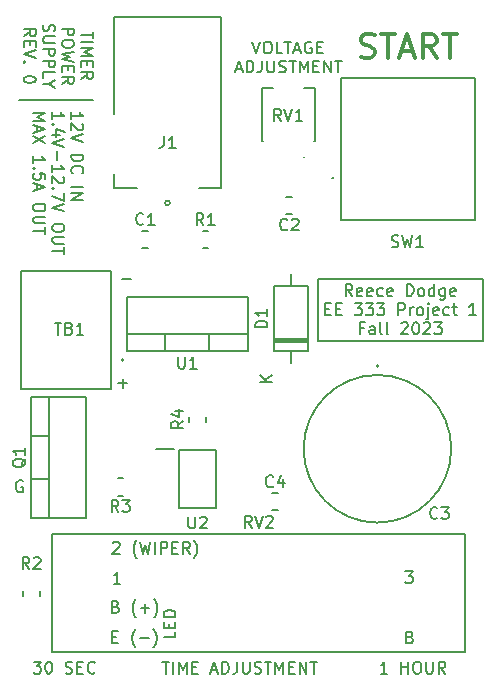
<source format=gbr>
%TF.GenerationSoftware,KiCad,Pcbnew,7.0.7*%
%TF.CreationDate,2023-10-06T20:37:38-05:00*%
%TF.ProjectId,Project_1,50726f6a-6563-4745-9f31-2e6b69636164,rev?*%
%TF.SameCoordinates,Original*%
%TF.FileFunction,Legend,Top*%
%TF.FilePolarity,Positive*%
%FSLAX46Y46*%
G04 Gerber Fmt 4.6, Leading zero omitted, Abs format (unit mm)*
G04 Created by KiCad (PCBNEW 7.0.7) date 2023-10-06 20:37:38*
%MOMM*%
%LPD*%
G01*
G04 APERTURE LIST*
%ADD10C,0.160000*%
%ADD11C,0.300000*%
G04 APERTURE END LIST*
D10*
X94000000Y-84625000D02*
X108000000Y-84625000D01*
X108000000Y-89875000D01*
X94000000Y-89875000D01*
X94000000Y-84625000D01*
X75000000Y-69500000D02*
X68750000Y-69500000D01*
X99899498Y-118054299D02*
X99328070Y-118054299D01*
X99613784Y-118054299D02*
X99613784Y-117054299D01*
X99613784Y-117054299D02*
X99518546Y-117197156D01*
X99518546Y-117197156D02*
X99423308Y-117292394D01*
X99423308Y-117292394D02*
X99328070Y-117340013D01*
X101089975Y-118054299D02*
X101089975Y-117054299D01*
X101089975Y-117530489D02*
X101661403Y-117530489D01*
X101661403Y-118054299D02*
X101661403Y-117054299D01*
X102328070Y-117054299D02*
X102518546Y-117054299D01*
X102518546Y-117054299D02*
X102613784Y-117101918D01*
X102613784Y-117101918D02*
X102709022Y-117197156D01*
X102709022Y-117197156D02*
X102756641Y-117387632D01*
X102756641Y-117387632D02*
X102756641Y-117720965D01*
X102756641Y-117720965D02*
X102709022Y-117911441D01*
X102709022Y-117911441D02*
X102613784Y-118006680D01*
X102613784Y-118006680D02*
X102518546Y-118054299D01*
X102518546Y-118054299D02*
X102328070Y-118054299D01*
X102328070Y-118054299D02*
X102232832Y-118006680D01*
X102232832Y-118006680D02*
X102137594Y-117911441D01*
X102137594Y-117911441D02*
X102089975Y-117720965D01*
X102089975Y-117720965D02*
X102089975Y-117387632D01*
X102089975Y-117387632D02*
X102137594Y-117197156D01*
X102137594Y-117197156D02*
X102232832Y-117101918D01*
X102232832Y-117101918D02*
X102328070Y-117054299D01*
X103185213Y-117054299D02*
X103185213Y-117863822D01*
X103185213Y-117863822D02*
X103232832Y-117959060D01*
X103232832Y-117959060D02*
X103280451Y-118006680D01*
X103280451Y-118006680D02*
X103375689Y-118054299D01*
X103375689Y-118054299D02*
X103566165Y-118054299D01*
X103566165Y-118054299D02*
X103661403Y-118006680D01*
X103661403Y-118006680D02*
X103709022Y-117959060D01*
X103709022Y-117959060D02*
X103756641Y-117863822D01*
X103756641Y-117863822D02*
X103756641Y-117054299D01*
X104804260Y-118054299D02*
X104470927Y-117578108D01*
X104232832Y-118054299D02*
X104232832Y-117054299D01*
X104232832Y-117054299D02*
X104613784Y-117054299D01*
X104613784Y-117054299D02*
X104709022Y-117101918D01*
X104709022Y-117101918D02*
X104756641Y-117149537D01*
X104756641Y-117149537D02*
X104804260Y-117244775D01*
X104804260Y-117244775D02*
X104804260Y-117387632D01*
X104804260Y-117387632D02*
X104756641Y-117482870D01*
X104756641Y-117482870D02*
X104709022Y-117530489D01*
X104709022Y-117530489D02*
X104613784Y-117578108D01*
X104613784Y-117578108D02*
X104232832Y-117578108D01*
X69948120Y-117054299D02*
X70567167Y-117054299D01*
X70567167Y-117054299D02*
X70233834Y-117435251D01*
X70233834Y-117435251D02*
X70376691Y-117435251D01*
X70376691Y-117435251D02*
X70471929Y-117482870D01*
X70471929Y-117482870D02*
X70519548Y-117530489D01*
X70519548Y-117530489D02*
X70567167Y-117625727D01*
X70567167Y-117625727D02*
X70567167Y-117863822D01*
X70567167Y-117863822D02*
X70519548Y-117959060D01*
X70519548Y-117959060D02*
X70471929Y-118006680D01*
X70471929Y-118006680D02*
X70376691Y-118054299D01*
X70376691Y-118054299D02*
X70090977Y-118054299D01*
X70090977Y-118054299D02*
X69995739Y-118006680D01*
X69995739Y-118006680D02*
X69948120Y-117959060D01*
X71186215Y-117054299D02*
X71281453Y-117054299D01*
X71281453Y-117054299D02*
X71376691Y-117101918D01*
X71376691Y-117101918D02*
X71424310Y-117149537D01*
X71424310Y-117149537D02*
X71471929Y-117244775D01*
X71471929Y-117244775D02*
X71519548Y-117435251D01*
X71519548Y-117435251D02*
X71519548Y-117673346D01*
X71519548Y-117673346D02*
X71471929Y-117863822D01*
X71471929Y-117863822D02*
X71424310Y-117959060D01*
X71424310Y-117959060D02*
X71376691Y-118006680D01*
X71376691Y-118006680D02*
X71281453Y-118054299D01*
X71281453Y-118054299D02*
X71186215Y-118054299D01*
X71186215Y-118054299D02*
X71090977Y-118006680D01*
X71090977Y-118006680D02*
X71043358Y-117959060D01*
X71043358Y-117959060D02*
X70995739Y-117863822D01*
X70995739Y-117863822D02*
X70948120Y-117673346D01*
X70948120Y-117673346D02*
X70948120Y-117435251D01*
X70948120Y-117435251D02*
X70995739Y-117244775D01*
X70995739Y-117244775D02*
X71043358Y-117149537D01*
X71043358Y-117149537D02*
X71090977Y-117101918D01*
X71090977Y-117101918D02*
X71186215Y-117054299D01*
X72662406Y-118006680D02*
X72805263Y-118054299D01*
X72805263Y-118054299D02*
X73043358Y-118054299D01*
X73043358Y-118054299D02*
X73138596Y-118006680D01*
X73138596Y-118006680D02*
X73186215Y-117959060D01*
X73186215Y-117959060D02*
X73233834Y-117863822D01*
X73233834Y-117863822D02*
X73233834Y-117768584D01*
X73233834Y-117768584D02*
X73186215Y-117673346D01*
X73186215Y-117673346D02*
X73138596Y-117625727D01*
X73138596Y-117625727D02*
X73043358Y-117578108D01*
X73043358Y-117578108D02*
X72852882Y-117530489D01*
X72852882Y-117530489D02*
X72757644Y-117482870D01*
X72757644Y-117482870D02*
X72710025Y-117435251D01*
X72710025Y-117435251D02*
X72662406Y-117340013D01*
X72662406Y-117340013D02*
X72662406Y-117244775D01*
X72662406Y-117244775D02*
X72710025Y-117149537D01*
X72710025Y-117149537D02*
X72757644Y-117101918D01*
X72757644Y-117101918D02*
X72852882Y-117054299D01*
X72852882Y-117054299D02*
X73090977Y-117054299D01*
X73090977Y-117054299D02*
X73233834Y-117101918D01*
X73662406Y-117530489D02*
X73995739Y-117530489D01*
X74138596Y-118054299D02*
X73662406Y-118054299D01*
X73662406Y-118054299D02*
X73662406Y-117054299D01*
X73662406Y-117054299D02*
X74138596Y-117054299D01*
X75138596Y-117959060D02*
X75090977Y-118006680D01*
X75090977Y-118006680D02*
X74948120Y-118054299D01*
X74948120Y-118054299D02*
X74852882Y-118054299D01*
X74852882Y-118054299D02*
X74710025Y-118006680D01*
X74710025Y-118006680D02*
X74614787Y-117911441D01*
X74614787Y-117911441D02*
X74567168Y-117816203D01*
X74567168Y-117816203D02*
X74519549Y-117625727D01*
X74519549Y-117625727D02*
X74519549Y-117482870D01*
X74519549Y-117482870D02*
X74567168Y-117292394D01*
X74567168Y-117292394D02*
X74614787Y-117197156D01*
X74614787Y-117197156D02*
X74710025Y-117101918D01*
X74710025Y-117101918D02*
X74852882Y-117054299D01*
X74852882Y-117054299D02*
X74948120Y-117054299D01*
X74948120Y-117054299D02*
X75090977Y-117101918D01*
X75090977Y-117101918D02*
X75138596Y-117149537D01*
X69011904Y-101751918D02*
X68916666Y-101704299D01*
X68916666Y-101704299D02*
X68773809Y-101704299D01*
X68773809Y-101704299D02*
X68630952Y-101751918D01*
X68630952Y-101751918D02*
X68535714Y-101847156D01*
X68535714Y-101847156D02*
X68488095Y-101942394D01*
X68488095Y-101942394D02*
X68440476Y-102132870D01*
X68440476Y-102132870D02*
X68440476Y-102275727D01*
X68440476Y-102275727D02*
X68488095Y-102466203D01*
X68488095Y-102466203D02*
X68535714Y-102561441D01*
X68535714Y-102561441D02*
X68630952Y-102656680D01*
X68630952Y-102656680D02*
X68773809Y-102704299D01*
X68773809Y-102704299D02*
X68869047Y-102704299D01*
X68869047Y-102704299D02*
X69011904Y-102656680D01*
X69011904Y-102656680D02*
X69059523Y-102609060D01*
X69059523Y-102609060D02*
X69059523Y-102275727D01*
X69059523Y-102275727D02*
X68869047Y-102275727D01*
X88476190Y-64549299D02*
X88809523Y-65549299D01*
X88809523Y-65549299D02*
X89142856Y-64549299D01*
X89666666Y-64549299D02*
X89857142Y-64549299D01*
X89857142Y-64549299D02*
X89952380Y-64596918D01*
X89952380Y-64596918D02*
X90047618Y-64692156D01*
X90047618Y-64692156D02*
X90095237Y-64882632D01*
X90095237Y-64882632D02*
X90095237Y-65215965D01*
X90095237Y-65215965D02*
X90047618Y-65406441D01*
X90047618Y-65406441D02*
X89952380Y-65501680D01*
X89952380Y-65501680D02*
X89857142Y-65549299D01*
X89857142Y-65549299D02*
X89666666Y-65549299D01*
X89666666Y-65549299D02*
X89571428Y-65501680D01*
X89571428Y-65501680D02*
X89476190Y-65406441D01*
X89476190Y-65406441D02*
X89428571Y-65215965D01*
X89428571Y-65215965D02*
X89428571Y-64882632D01*
X89428571Y-64882632D02*
X89476190Y-64692156D01*
X89476190Y-64692156D02*
X89571428Y-64596918D01*
X89571428Y-64596918D02*
X89666666Y-64549299D01*
X90999999Y-65549299D02*
X90523809Y-65549299D01*
X90523809Y-65549299D02*
X90523809Y-64549299D01*
X91190476Y-64549299D02*
X91761904Y-64549299D01*
X91476190Y-65549299D02*
X91476190Y-64549299D01*
X92047619Y-65263584D02*
X92523809Y-65263584D01*
X91952381Y-65549299D02*
X92285714Y-64549299D01*
X92285714Y-64549299D02*
X92619047Y-65549299D01*
X93476190Y-64596918D02*
X93380952Y-64549299D01*
X93380952Y-64549299D02*
X93238095Y-64549299D01*
X93238095Y-64549299D02*
X93095238Y-64596918D01*
X93095238Y-64596918D02*
X93000000Y-64692156D01*
X93000000Y-64692156D02*
X92952381Y-64787394D01*
X92952381Y-64787394D02*
X92904762Y-64977870D01*
X92904762Y-64977870D02*
X92904762Y-65120727D01*
X92904762Y-65120727D02*
X92952381Y-65311203D01*
X92952381Y-65311203D02*
X93000000Y-65406441D01*
X93000000Y-65406441D02*
X93095238Y-65501680D01*
X93095238Y-65501680D02*
X93238095Y-65549299D01*
X93238095Y-65549299D02*
X93333333Y-65549299D01*
X93333333Y-65549299D02*
X93476190Y-65501680D01*
X93476190Y-65501680D02*
X93523809Y-65454060D01*
X93523809Y-65454060D02*
X93523809Y-65120727D01*
X93523809Y-65120727D02*
X93333333Y-65120727D01*
X93952381Y-65025489D02*
X94285714Y-65025489D01*
X94428571Y-65549299D02*
X93952381Y-65549299D01*
X93952381Y-65549299D02*
X93952381Y-64549299D01*
X93952381Y-64549299D02*
X94428571Y-64549299D01*
X87071428Y-66873584D02*
X87547618Y-66873584D01*
X86976190Y-67159299D02*
X87309523Y-66159299D01*
X87309523Y-66159299D02*
X87642856Y-67159299D01*
X87976190Y-67159299D02*
X87976190Y-66159299D01*
X87976190Y-66159299D02*
X88214285Y-66159299D01*
X88214285Y-66159299D02*
X88357142Y-66206918D01*
X88357142Y-66206918D02*
X88452380Y-66302156D01*
X88452380Y-66302156D02*
X88499999Y-66397394D01*
X88499999Y-66397394D02*
X88547618Y-66587870D01*
X88547618Y-66587870D02*
X88547618Y-66730727D01*
X88547618Y-66730727D02*
X88499999Y-66921203D01*
X88499999Y-66921203D02*
X88452380Y-67016441D01*
X88452380Y-67016441D02*
X88357142Y-67111680D01*
X88357142Y-67111680D02*
X88214285Y-67159299D01*
X88214285Y-67159299D02*
X87976190Y-67159299D01*
X89261904Y-66159299D02*
X89261904Y-66873584D01*
X89261904Y-66873584D02*
X89214285Y-67016441D01*
X89214285Y-67016441D02*
X89119047Y-67111680D01*
X89119047Y-67111680D02*
X88976190Y-67159299D01*
X88976190Y-67159299D02*
X88880952Y-67159299D01*
X89738095Y-66159299D02*
X89738095Y-66968822D01*
X89738095Y-66968822D02*
X89785714Y-67064060D01*
X89785714Y-67064060D02*
X89833333Y-67111680D01*
X89833333Y-67111680D02*
X89928571Y-67159299D01*
X89928571Y-67159299D02*
X90119047Y-67159299D01*
X90119047Y-67159299D02*
X90214285Y-67111680D01*
X90214285Y-67111680D02*
X90261904Y-67064060D01*
X90261904Y-67064060D02*
X90309523Y-66968822D01*
X90309523Y-66968822D02*
X90309523Y-66159299D01*
X90738095Y-67111680D02*
X90880952Y-67159299D01*
X90880952Y-67159299D02*
X91119047Y-67159299D01*
X91119047Y-67159299D02*
X91214285Y-67111680D01*
X91214285Y-67111680D02*
X91261904Y-67064060D01*
X91261904Y-67064060D02*
X91309523Y-66968822D01*
X91309523Y-66968822D02*
X91309523Y-66873584D01*
X91309523Y-66873584D02*
X91261904Y-66778346D01*
X91261904Y-66778346D02*
X91214285Y-66730727D01*
X91214285Y-66730727D02*
X91119047Y-66683108D01*
X91119047Y-66683108D02*
X90928571Y-66635489D01*
X90928571Y-66635489D02*
X90833333Y-66587870D01*
X90833333Y-66587870D02*
X90785714Y-66540251D01*
X90785714Y-66540251D02*
X90738095Y-66445013D01*
X90738095Y-66445013D02*
X90738095Y-66349775D01*
X90738095Y-66349775D02*
X90785714Y-66254537D01*
X90785714Y-66254537D02*
X90833333Y-66206918D01*
X90833333Y-66206918D02*
X90928571Y-66159299D01*
X90928571Y-66159299D02*
X91166666Y-66159299D01*
X91166666Y-66159299D02*
X91309523Y-66206918D01*
X91595238Y-66159299D02*
X92166666Y-66159299D01*
X91880952Y-67159299D02*
X91880952Y-66159299D01*
X92500000Y-67159299D02*
X92500000Y-66159299D01*
X92500000Y-66159299D02*
X92833333Y-66873584D01*
X92833333Y-66873584D02*
X93166666Y-66159299D01*
X93166666Y-66159299D02*
X93166666Y-67159299D01*
X93642857Y-66635489D02*
X93976190Y-66635489D01*
X94119047Y-67159299D02*
X93642857Y-67159299D01*
X93642857Y-67159299D02*
X93642857Y-66159299D01*
X93642857Y-66159299D02*
X94119047Y-66159299D01*
X94547619Y-67159299D02*
X94547619Y-66159299D01*
X94547619Y-66159299D02*
X95119047Y-67159299D01*
X95119047Y-67159299D02*
X95119047Y-66159299D01*
X95452381Y-66159299D02*
X96023809Y-66159299D01*
X95738095Y-67159299D02*
X95738095Y-66159299D01*
X96928570Y-86094299D02*
X96595237Y-85618108D01*
X96357142Y-86094299D02*
X96357142Y-85094299D01*
X96357142Y-85094299D02*
X96738094Y-85094299D01*
X96738094Y-85094299D02*
X96833332Y-85141918D01*
X96833332Y-85141918D02*
X96880951Y-85189537D01*
X96880951Y-85189537D02*
X96928570Y-85284775D01*
X96928570Y-85284775D02*
X96928570Y-85427632D01*
X96928570Y-85427632D02*
X96880951Y-85522870D01*
X96880951Y-85522870D02*
X96833332Y-85570489D01*
X96833332Y-85570489D02*
X96738094Y-85618108D01*
X96738094Y-85618108D02*
X96357142Y-85618108D01*
X97738094Y-86046680D02*
X97642856Y-86094299D01*
X97642856Y-86094299D02*
X97452380Y-86094299D01*
X97452380Y-86094299D02*
X97357142Y-86046680D01*
X97357142Y-86046680D02*
X97309523Y-85951441D01*
X97309523Y-85951441D02*
X97309523Y-85570489D01*
X97309523Y-85570489D02*
X97357142Y-85475251D01*
X97357142Y-85475251D02*
X97452380Y-85427632D01*
X97452380Y-85427632D02*
X97642856Y-85427632D01*
X97642856Y-85427632D02*
X97738094Y-85475251D01*
X97738094Y-85475251D02*
X97785713Y-85570489D01*
X97785713Y-85570489D02*
X97785713Y-85665727D01*
X97785713Y-85665727D02*
X97309523Y-85760965D01*
X98595237Y-86046680D02*
X98499999Y-86094299D01*
X98499999Y-86094299D02*
X98309523Y-86094299D01*
X98309523Y-86094299D02*
X98214285Y-86046680D01*
X98214285Y-86046680D02*
X98166666Y-85951441D01*
X98166666Y-85951441D02*
X98166666Y-85570489D01*
X98166666Y-85570489D02*
X98214285Y-85475251D01*
X98214285Y-85475251D02*
X98309523Y-85427632D01*
X98309523Y-85427632D02*
X98499999Y-85427632D01*
X98499999Y-85427632D02*
X98595237Y-85475251D01*
X98595237Y-85475251D02*
X98642856Y-85570489D01*
X98642856Y-85570489D02*
X98642856Y-85665727D01*
X98642856Y-85665727D02*
X98166666Y-85760965D01*
X99499999Y-86046680D02*
X99404761Y-86094299D01*
X99404761Y-86094299D02*
X99214285Y-86094299D01*
X99214285Y-86094299D02*
X99119047Y-86046680D01*
X99119047Y-86046680D02*
X99071428Y-85999060D01*
X99071428Y-85999060D02*
X99023809Y-85903822D01*
X99023809Y-85903822D02*
X99023809Y-85618108D01*
X99023809Y-85618108D02*
X99071428Y-85522870D01*
X99071428Y-85522870D02*
X99119047Y-85475251D01*
X99119047Y-85475251D02*
X99214285Y-85427632D01*
X99214285Y-85427632D02*
X99404761Y-85427632D01*
X99404761Y-85427632D02*
X99499999Y-85475251D01*
X100309523Y-86046680D02*
X100214285Y-86094299D01*
X100214285Y-86094299D02*
X100023809Y-86094299D01*
X100023809Y-86094299D02*
X99928571Y-86046680D01*
X99928571Y-86046680D02*
X99880952Y-85951441D01*
X99880952Y-85951441D02*
X99880952Y-85570489D01*
X99880952Y-85570489D02*
X99928571Y-85475251D01*
X99928571Y-85475251D02*
X100023809Y-85427632D01*
X100023809Y-85427632D02*
X100214285Y-85427632D01*
X100214285Y-85427632D02*
X100309523Y-85475251D01*
X100309523Y-85475251D02*
X100357142Y-85570489D01*
X100357142Y-85570489D02*
X100357142Y-85665727D01*
X100357142Y-85665727D02*
X99880952Y-85760965D01*
X101547619Y-86094299D02*
X101547619Y-85094299D01*
X101547619Y-85094299D02*
X101785714Y-85094299D01*
X101785714Y-85094299D02*
X101928571Y-85141918D01*
X101928571Y-85141918D02*
X102023809Y-85237156D01*
X102023809Y-85237156D02*
X102071428Y-85332394D01*
X102071428Y-85332394D02*
X102119047Y-85522870D01*
X102119047Y-85522870D02*
X102119047Y-85665727D01*
X102119047Y-85665727D02*
X102071428Y-85856203D01*
X102071428Y-85856203D02*
X102023809Y-85951441D01*
X102023809Y-85951441D02*
X101928571Y-86046680D01*
X101928571Y-86046680D02*
X101785714Y-86094299D01*
X101785714Y-86094299D02*
X101547619Y-86094299D01*
X102690476Y-86094299D02*
X102595238Y-86046680D01*
X102595238Y-86046680D02*
X102547619Y-85999060D01*
X102547619Y-85999060D02*
X102500000Y-85903822D01*
X102500000Y-85903822D02*
X102500000Y-85618108D01*
X102500000Y-85618108D02*
X102547619Y-85522870D01*
X102547619Y-85522870D02*
X102595238Y-85475251D01*
X102595238Y-85475251D02*
X102690476Y-85427632D01*
X102690476Y-85427632D02*
X102833333Y-85427632D01*
X102833333Y-85427632D02*
X102928571Y-85475251D01*
X102928571Y-85475251D02*
X102976190Y-85522870D01*
X102976190Y-85522870D02*
X103023809Y-85618108D01*
X103023809Y-85618108D02*
X103023809Y-85903822D01*
X103023809Y-85903822D02*
X102976190Y-85999060D01*
X102976190Y-85999060D02*
X102928571Y-86046680D01*
X102928571Y-86046680D02*
X102833333Y-86094299D01*
X102833333Y-86094299D02*
X102690476Y-86094299D01*
X103880952Y-86094299D02*
X103880952Y-85094299D01*
X103880952Y-86046680D02*
X103785714Y-86094299D01*
X103785714Y-86094299D02*
X103595238Y-86094299D01*
X103595238Y-86094299D02*
X103500000Y-86046680D01*
X103500000Y-86046680D02*
X103452381Y-85999060D01*
X103452381Y-85999060D02*
X103404762Y-85903822D01*
X103404762Y-85903822D02*
X103404762Y-85618108D01*
X103404762Y-85618108D02*
X103452381Y-85522870D01*
X103452381Y-85522870D02*
X103500000Y-85475251D01*
X103500000Y-85475251D02*
X103595238Y-85427632D01*
X103595238Y-85427632D02*
X103785714Y-85427632D01*
X103785714Y-85427632D02*
X103880952Y-85475251D01*
X104785714Y-85427632D02*
X104785714Y-86237156D01*
X104785714Y-86237156D02*
X104738095Y-86332394D01*
X104738095Y-86332394D02*
X104690476Y-86380013D01*
X104690476Y-86380013D02*
X104595238Y-86427632D01*
X104595238Y-86427632D02*
X104452381Y-86427632D01*
X104452381Y-86427632D02*
X104357143Y-86380013D01*
X104785714Y-86046680D02*
X104690476Y-86094299D01*
X104690476Y-86094299D02*
X104500000Y-86094299D01*
X104500000Y-86094299D02*
X104404762Y-86046680D01*
X104404762Y-86046680D02*
X104357143Y-85999060D01*
X104357143Y-85999060D02*
X104309524Y-85903822D01*
X104309524Y-85903822D02*
X104309524Y-85618108D01*
X104309524Y-85618108D02*
X104357143Y-85522870D01*
X104357143Y-85522870D02*
X104404762Y-85475251D01*
X104404762Y-85475251D02*
X104500000Y-85427632D01*
X104500000Y-85427632D02*
X104690476Y-85427632D01*
X104690476Y-85427632D02*
X104785714Y-85475251D01*
X105642857Y-86046680D02*
X105547619Y-86094299D01*
X105547619Y-86094299D02*
X105357143Y-86094299D01*
X105357143Y-86094299D02*
X105261905Y-86046680D01*
X105261905Y-86046680D02*
X105214286Y-85951441D01*
X105214286Y-85951441D02*
X105214286Y-85570489D01*
X105214286Y-85570489D02*
X105261905Y-85475251D01*
X105261905Y-85475251D02*
X105357143Y-85427632D01*
X105357143Y-85427632D02*
X105547619Y-85427632D01*
X105547619Y-85427632D02*
X105642857Y-85475251D01*
X105642857Y-85475251D02*
X105690476Y-85570489D01*
X105690476Y-85570489D02*
X105690476Y-85665727D01*
X105690476Y-85665727D02*
X105214286Y-85760965D01*
X94642856Y-87180489D02*
X94976189Y-87180489D01*
X95119046Y-87704299D02*
X94642856Y-87704299D01*
X94642856Y-87704299D02*
X94642856Y-86704299D01*
X94642856Y-86704299D02*
X95119046Y-86704299D01*
X95547618Y-87180489D02*
X95880951Y-87180489D01*
X96023808Y-87704299D02*
X95547618Y-87704299D01*
X95547618Y-87704299D02*
X95547618Y-86704299D01*
X95547618Y-86704299D02*
X96023808Y-86704299D01*
X97119047Y-86704299D02*
X97738094Y-86704299D01*
X97738094Y-86704299D02*
X97404761Y-87085251D01*
X97404761Y-87085251D02*
X97547618Y-87085251D01*
X97547618Y-87085251D02*
X97642856Y-87132870D01*
X97642856Y-87132870D02*
X97690475Y-87180489D01*
X97690475Y-87180489D02*
X97738094Y-87275727D01*
X97738094Y-87275727D02*
X97738094Y-87513822D01*
X97738094Y-87513822D02*
X97690475Y-87609060D01*
X97690475Y-87609060D02*
X97642856Y-87656680D01*
X97642856Y-87656680D02*
X97547618Y-87704299D01*
X97547618Y-87704299D02*
X97261904Y-87704299D01*
X97261904Y-87704299D02*
X97166666Y-87656680D01*
X97166666Y-87656680D02*
X97119047Y-87609060D01*
X98071428Y-86704299D02*
X98690475Y-86704299D01*
X98690475Y-86704299D02*
X98357142Y-87085251D01*
X98357142Y-87085251D02*
X98499999Y-87085251D01*
X98499999Y-87085251D02*
X98595237Y-87132870D01*
X98595237Y-87132870D02*
X98642856Y-87180489D01*
X98642856Y-87180489D02*
X98690475Y-87275727D01*
X98690475Y-87275727D02*
X98690475Y-87513822D01*
X98690475Y-87513822D02*
X98642856Y-87609060D01*
X98642856Y-87609060D02*
X98595237Y-87656680D01*
X98595237Y-87656680D02*
X98499999Y-87704299D01*
X98499999Y-87704299D02*
X98214285Y-87704299D01*
X98214285Y-87704299D02*
X98119047Y-87656680D01*
X98119047Y-87656680D02*
X98071428Y-87609060D01*
X99023809Y-86704299D02*
X99642856Y-86704299D01*
X99642856Y-86704299D02*
X99309523Y-87085251D01*
X99309523Y-87085251D02*
X99452380Y-87085251D01*
X99452380Y-87085251D02*
X99547618Y-87132870D01*
X99547618Y-87132870D02*
X99595237Y-87180489D01*
X99595237Y-87180489D02*
X99642856Y-87275727D01*
X99642856Y-87275727D02*
X99642856Y-87513822D01*
X99642856Y-87513822D02*
X99595237Y-87609060D01*
X99595237Y-87609060D02*
X99547618Y-87656680D01*
X99547618Y-87656680D02*
X99452380Y-87704299D01*
X99452380Y-87704299D02*
X99166666Y-87704299D01*
X99166666Y-87704299D02*
X99071428Y-87656680D01*
X99071428Y-87656680D02*
X99023809Y-87609060D01*
X100833333Y-87704299D02*
X100833333Y-86704299D01*
X100833333Y-86704299D02*
X101214285Y-86704299D01*
X101214285Y-86704299D02*
X101309523Y-86751918D01*
X101309523Y-86751918D02*
X101357142Y-86799537D01*
X101357142Y-86799537D02*
X101404761Y-86894775D01*
X101404761Y-86894775D02*
X101404761Y-87037632D01*
X101404761Y-87037632D02*
X101357142Y-87132870D01*
X101357142Y-87132870D02*
X101309523Y-87180489D01*
X101309523Y-87180489D02*
X101214285Y-87228108D01*
X101214285Y-87228108D02*
X100833333Y-87228108D01*
X101833333Y-87704299D02*
X101833333Y-87037632D01*
X101833333Y-87228108D02*
X101880952Y-87132870D01*
X101880952Y-87132870D02*
X101928571Y-87085251D01*
X101928571Y-87085251D02*
X102023809Y-87037632D01*
X102023809Y-87037632D02*
X102119047Y-87037632D01*
X102595238Y-87704299D02*
X102500000Y-87656680D01*
X102500000Y-87656680D02*
X102452381Y-87609060D01*
X102452381Y-87609060D02*
X102404762Y-87513822D01*
X102404762Y-87513822D02*
X102404762Y-87228108D01*
X102404762Y-87228108D02*
X102452381Y-87132870D01*
X102452381Y-87132870D02*
X102500000Y-87085251D01*
X102500000Y-87085251D02*
X102595238Y-87037632D01*
X102595238Y-87037632D02*
X102738095Y-87037632D01*
X102738095Y-87037632D02*
X102833333Y-87085251D01*
X102833333Y-87085251D02*
X102880952Y-87132870D01*
X102880952Y-87132870D02*
X102928571Y-87228108D01*
X102928571Y-87228108D02*
X102928571Y-87513822D01*
X102928571Y-87513822D02*
X102880952Y-87609060D01*
X102880952Y-87609060D02*
X102833333Y-87656680D01*
X102833333Y-87656680D02*
X102738095Y-87704299D01*
X102738095Y-87704299D02*
X102595238Y-87704299D01*
X103357143Y-87037632D02*
X103357143Y-87894775D01*
X103357143Y-87894775D02*
X103309524Y-87990013D01*
X103309524Y-87990013D02*
X103214286Y-88037632D01*
X103214286Y-88037632D02*
X103166667Y-88037632D01*
X103357143Y-86704299D02*
X103309524Y-86751918D01*
X103309524Y-86751918D02*
X103357143Y-86799537D01*
X103357143Y-86799537D02*
X103404762Y-86751918D01*
X103404762Y-86751918D02*
X103357143Y-86704299D01*
X103357143Y-86704299D02*
X103357143Y-86799537D01*
X104214285Y-87656680D02*
X104119047Y-87704299D01*
X104119047Y-87704299D02*
X103928571Y-87704299D01*
X103928571Y-87704299D02*
X103833333Y-87656680D01*
X103833333Y-87656680D02*
X103785714Y-87561441D01*
X103785714Y-87561441D02*
X103785714Y-87180489D01*
X103785714Y-87180489D02*
X103833333Y-87085251D01*
X103833333Y-87085251D02*
X103928571Y-87037632D01*
X103928571Y-87037632D02*
X104119047Y-87037632D01*
X104119047Y-87037632D02*
X104214285Y-87085251D01*
X104214285Y-87085251D02*
X104261904Y-87180489D01*
X104261904Y-87180489D02*
X104261904Y-87275727D01*
X104261904Y-87275727D02*
X103785714Y-87370965D01*
X105119047Y-87656680D02*
X105023809Y-87704299D01*
X105023809Y-87704299D02*
X104833333Y-87704299D01*
X104833333Y-87704299D02*
X104738095Y-87656680D01*
X104738095Y-87656680D02*
X104690476Y-87609060D01*
X104690476Y-87609060D02*
X104642857Y-87513822D01*
X104642857Y-87513822D02*
X104642857Y-87228108D01*
X104642857Y-87228108D02*
X104690476Y-87132870D01*
X104690476Y-87132870D02*
X104738095Y-87085251D01*
X104738095Y-87085251D02*
X104833333Y-87037632D01*
X104833333Y-87037632D02*
X105023809Y-87037632D01*
X105023809Y-87037632D02*
X105119047Y-87085251D01*
X105404762Y-87037632D02*
X105785714Y-87037632D01*
X105547619Y-86704299D02*
X105547619Y-87561441D01*
X105547619Y-87561441D02*
X105595238Y-87656680D01*
X105595238Y-87656680D02*
X105690476Y-87704299D01*
X105690476Y-87704299D02*
X105785714Y-87704299D01*
X107404762Y-87704299D02*
X106833334Y-87704299D01*
X107119048Y-87704299D02*
X107119048Y-86704299D01*
X107119048Y-86704299D02*
X107023810Y-86847156D01*
X107023810Y-86847156D02*
X106928572Y-86942394D01*
X106928572Y-86942394D02*
X106833334Y-86990013D01*
X97880951Y-88790489D02*
X97547618Y-88790489D01*
X97547618Y-89314299D02*
X97547618Y-88314299D01*
X97547618Y-88314299D02*
X98023808Y-88314299D01*
X98833332Y-89314299D02*
X98833332Y-88790489D01*
X98833332Y-88790489D02*
X98785713Y-88695251D01*
X98785713Y-88695251D02*
X98690475Y-88647632D01*
X98690475Y-88647632D02*
X98499999Y-88647632D01*
X98499999Y-88647632D02*
X98404761Y-88695251D01*
X98833332Y-89266680D02*
X98738094Y-89314299D01*
X98738094Y-89314299D02*
X98499999Y-89314299D01*
X98499999Y-89314299D02*
X98404761Y-89266680D01*
X98404761Y-89266680D02*
X98357142Y-89171441D01*
X98357142Y-89171441D02*
X98357142Y-89076203D01*
X98357142Y-89076203D02*
X98404761Y-88980965D01*
X98404761Y-88980965D02*
X98499999Y-88933346D01*
X98499999Y-88933346D02*
X98738094Y-88933346D01*
X98738094Y-88933346D02*
X98833332Y-88885727D01*
X99452380Y-89314299D02*
X99357142Y-89266680D01*
X99357142Y-89266680D02*
X99309523Y-89171441D01*
X99309523Y-89171441D02*
X99309523Y-88314299D01*
X99976190Y-89314299D02*
X99880952Y-89266680D01*
X99880952Y-89266680D02*
X99833333Y-89171441D01*
X99833333Y-89171441D02*
X99833333Y-88314299D01*
X101071429Y-88409537D02*
X101119048Y-88361918D01*
X101119048Y-88361918D02*
X101214286Y-88314299D01*
X101214286Y-88314299D02*
X101452381Y-88314299D01*
X101452381Y-88314299D02*
X101547619Y-88361918D01*
X101547619Y-88361918D02*
X101595238Y-88409537D01*
X101595238Y-88409537D02*
X101642857Y-88504775D01*
X101642857Y-88504775D02*
X101642857Y-88600013D01*
X101642857Y-88600013D02*
X101595238Y-88742870D01*
X101595238Y-88742870D02*
X101023810Y-89314299D01*
X101023810Y-89314299D02*
X101642857Y-89314299D01*
X102261905Y-88314299D02*
X102357143Y-88314299D01*
X102357143Y-88314299D02*
X102452381Y-88361918D01*
X102452381Y-88361918D02*
X102500000Y-88409537D01*
X102500000Y-88409537D02*
X102547619Y-88504775D01*
X102547619Y-88504775D02*
X102595238Y-88695251D01*
X102595238Y-88695251D02*
X102595238Y-88933346D01*
X102595238Y-88933346D02*
X102547619Y-89123822D01*
X102547619Y-89123822D02*
X102500000Y-89219060D01*
X102500000Y-89219060D02*
X102452381Y-89266680D01*
X102452381Y-89266680D02*
X102357143Y-89314299D01*
X102357143Y-89314299D02*
X102261905Y-89314299D01*
X102261905Y-89314299D02*
X102166667Y-89266680D01*
X102166667Y-89266680D02*
X102119048Y-89219060D01*
X102119048Y-89219060D02*
X102071429Y-89123822D01*
X102071429Y-89123822D02*
X102023810Y-88933346D01*
X102023810Y-88933346D02*
X102023810Y-88695251D01*
X102023810Y-88695251D02*
X102071429Y-88504775D01*
X102071429Y-88504775D02*
X102119048Y-88409537D01*
X102119048Y-88409537D02*
X102166667Y-88361918D01*
X102166667Y-88361918D02*
X102261905Y-88314299D01*
X102976191Y-88409537D02*
X103023810Y-88361918D01*
X103023810Y-88361918D02*
X103119048Y-88314299D01*
X103119048Y-88314299D02*
X103357143Y-88314299D01*
X103357143Y-88314299D02*
X103452381Y-88361918D01*
X103452381Y-88361918D02*
X103500000Y-88409537D01*
X103500000Y-88409537D02*
X103547619Y-88504775D01*
X103547619Y-88504775D02*
X103547619Y-88600013D01*
X103547619Y-88600013D02*
X103500000Y-88742870D01*
X103500000Y-88742870D02*
X102928572Y-89314299D01*
X102928572Y-89314299D02*
X103547619Y-89314299D01*
X103880953Y-88314299D02*
X104500000Y-88314299D01*
X104500000Y-88314299D02*
X104166667Y-88695251D01*
X104166667Y-88695251D02*
X104309524Y-88695251D01*
X104309524Y-88695251D02*
X104404762Y-88742870D01*
X104404762Y-88742870D02*
X104452381Y-88790489D01*
X104452381Y-88790489D02*
X104500000Y-88885727D01*
X104500000Y-88885727D02*
X104500000Y-89123822D01*
X104500000Y-89123822D02*
X104452381Y-89219060D01*
X104452381Y-89219060D02*
X104404762Y-89266680D01*
X104404762Y-89266680D02*
X104309524Y-89314299D01*
X104309524Y-89314299D02*
X104023810Y-89314299D01*
X104023810Y-89314299D02*
X103928572Y-89266680D01*
X103928572Y-89266680D02*
X103880953Y-89219060D01*
D11*
X97687618Y-65814400D02*
X97973332Y-65909638D01*
X97973332Y-65909638D02*
X98449523Y-65909638D01*
X98449523Y-65909638D02*
X98639999Y-65814400D01*
X98639999Y-65814400D02*
X98735237Y-65719161D01*
X98735237Y-65719161D02*
X98830475Y-65528685D01*
X98830475Y-65528685D02*
X98830475Y-65338209D01*
X98830475Y-65338209D02*
X98735237Y-65147733D01*
X98735237Y-65147733D02*
X98639999Y-65052495D01*
X98639999Y-65052495D02*
X98449523Y-64957257D01*
X98449523Y-64957257D02*
X98068570Y-64862019D01*
X98068570Y-64862019D02*
X97878094Y-64766780D01*
X97878094Y-64766780D02*
X97782856Y-64671542D01*
X97782856Y-64671542D02*
X97687618Y-64481066D01*
X97687618Y-64481066D02*
X97687618Y-64290590D01*
X97687618Y-64290590D02*
X97782856Y-64100114D01*
X97782856Y-64100114D02*
X97878094Y-64004876D01*
X97878094Y-64004876D02*
X98068570Y-63909638D01*
X98068570Y-63909638D02*
X98544761Y-63909638D01*
X98544761Y-63909638D02*
X98830475Y-64004876D01*
X99401904Y-63909638D02*
X100544761Y-63909638D01*
X99973332Y-65909638D02*
X99973332Y-63909638D01*
X101116190Y-65338209D02*
X102068571Y-65338209D01*
X100925714Y-65909638D02*
X101592380Y-63909638D01*
X101592380Y-63909638D02*
X102259047Y-65909638D01*
X104068571Y-65909638D02*
X103401904Y-64957257D01*
X102925714Y-65909638D02*
X102925714Y-63909638D01*
X102925714Y-63909638D02*
X103687619Y-63909638D01*
X103687619Y-63909638D02*
X103878095Y-64004876D01*
X103878095Y-64004876D02*
X103973333Y-64100114D01*
X103973333Y-64100114D02*
X104068571Y-64290590D01*
X104068571Y-64290590D02*
X104068571Y-64576304D01*
X104068571Y-64576304D02*
X103973333Y-64766780D01*
X103973333Y-64766780D02*
X103878095Y-64862019D01*
X103878095Y-64862019D02*
X103687619Y-64957257D01*
X103687619Y-64957257D02*
X102925714Y-64957257D01*
X104640000Y-63909638D02*
X105782857Y-63909638D01*
X105211428Y-65909638D02*
X105211428Y-63909638D01*
D10*
X73155700Y-71117167D02*
X73155700Y-70545739D01*
X73155700Y-70831453D02*
X74155700Y-70831453D01*
X74155700Y-70831453D02*
X74012843Y-70736215D01*
X74012843Y-70736215D02*
X73917605Y-70640977D01*
X73917605Y-70640977D02*
X73869986Y-70545739D01*
X74060462Y-71498120D02*
X74108081Y-71545739D01*
X74108081Y-71545739D02*
X74155700Y-71640977D01*
X74155700Y-71640977D02*
X74155700Y-71879072D01*
X74155700Y-71879072D02*
X74108081Y-71974310D01*
X74108081Y-71974310D02*
X74060462Y-72021929D01*
X74060462Y-72021929D02*
X73965224Y-72069548D01*
X73965224Y-72069548D02*
X73869986Y-72069548D01*
X73869986Y-72069548D02*
X73727129Y-72021929D01*
X73727129Y-72021929D02*
X73155700Y-71450501D01*
X73155700Y-71450501D02*
X73155700Y-72069548D01*
X74155700Y-72355263D02*
X73155700Y-72688596D01*
X73155700Y-72688596D02*
X74155700Y-73021929D01*
X73155700Y-74117168D02*
X74155700Y-74117168D01*
X74155700Y-74117168D02*
X74155700Y-74355263D01*
X74155700Y-74355263D02*
X74108081Y-74498120D01*
X74108081Y-74498120D02*
X74012843Y-74593358D01*
X74012843Y-74593358D02*
X73917605Y-74640977D01*
X73917605Y-74640977D02*
X73727129Y-74688596D01*
X73727129Y-74688596D02*
X73584272Y-74688596D01*
X73584272Y-74688596D02*
X73393796Y-74640977D01*
X73393796Y-74640977D02*
X73298558Y-74593358D01*
X73298558Y-74593358D02*
X73203320Y-74498120D01*
X73203320Y-74498120D02*
X73155700Y-74355263D01*
X73155700Y-74355263D02*
X73155700Y-74117168D01*
X73250939Y-75688596D02*
X73203320Y-75640977D01*
X73203320Y-75640977D02*
X73155700Y-75498120D01*
X73155700Y-75498120D02*
X73155700Y-75402882D01*
X73155700Y-75402882D02*
X73203320Y-75260025D01*
X73203320Y-75260025D02*
X73298558Y-75164787D01*
X73298558Y-75164787D02*
X73393796Y-75117168D01*
X73393796Y-75117168D02*
X73584272Y-75069549D01*
X73584272Y-75069549D02*
X73727129Y-75069549D01*
X73727129Y-75069549D02*
X73917605Y-75117168D01*
X73917605Y-75117168D02*
X74012843Y-75164787D01*
X74012843Y-75164787D02*
X74108081Y-75260025D01*
X74108081Y-75260025D02*
X74155700Y-75402882D01*
X74155700Y-75402882D02*
X74155700Y-75498120D01*
X74155700Y-75498120D02*
X74108081Y-75640977D01*
X74108081Y-75640977D02*
X74060462Y-75688596D01*
X73155700Y-76879073D02*
X74155700Y-76879073D01*
X73155700Y-77355263D02*
X74155700Y-77355263D01*
X74155700Y-77355263D02*
X73155700Y-77926691D01*
X73155700Y-77926691D02*
X74155700Y-77926691D01*
X71545700Y-71117167D02*
X71545700Y-70545739D01*
X71545700Y-70831453D02*
X72545700Y-70831453D01*
X72545700Y-70831453D02*
X72402843Y-70736215D01*
X72402843Y-70736215D02*
X72307605Y-70640977D01*
X72307605Y-70640977D02*
X72259986Y-70545739D01*
X71640939Y-71545739D02*
X71593320Y-71593358D01*
X71593320Y-71593358D02*
X71545700Y-71545739D01*
X71545700Y-71545739D02*
X71593320Y-71498120D01*
X71593320Y-71498120D02*
X71640939Y-71545739D01*
X71640939Y-71545739D02*
X71545700Y-71545739D01*
X72212367Y-72450500D02*
X71545700Y-72450500D01*
X72593320Y-72212405D02*
X71879034Y-71974310D01*
X71879034Y-71974310D02*
X71879034Y-72593357D01*
X72545700Y-72831453D02*
X71545700Y-73164786D01*
X71545700Y-73164786D02*
X72545700Y-73498119D01*
X71926653Y-73831453D02*
X71926653Y-74593358D01*
X71545700Y-75593357D02*
X71545700Y-75021929D01*
X71545700Y-75307643D02*
X72545700Y-75307643D01*
X72545700Y-75307643D02*
X72402843Y-75212405D01*
X72402843Y-75212405D02*
X72307605Y-75117167D01*
X72307605Y-75117167D02*
X72259986Y-75021929D01*
X72450462Y-75974310D02*
X72498081Y-76021929D01*
X72498081Y-76021929D02*
X72545700Y-76117167D01*
X72545700Y-76117167D02*
X72545700Y-76355262D01*
X72545700Y-76355262D02*
X72498081Y-76450500D01*
X72498081Y-76450500D02*
X72450462Y-76498119D01*
X72450462Y-76498119D02*
X72355224Y-76545738D01*
X72355224Y-76545738D02*
X72259986Y-76545738D01*
X72259986Y-76545738D02*
X72117129Y-76498119D01*
X72117129Y-76498119D02*
X71545700Y-75926691D01*
X71545700Y-75926691D02*
X71545700Y-76545738D01*
X71640939Y-76974310D02*
X71593320Y-77021929D01*
X71593320Y-77021929D02*
X71545700Y-76974310D01*
X71545700Y-76974310D02*
X71593320Y-76926691D01*
X71593320Y-76926691D02*
X71640939Y-76974310D01*
X71640939Y-76974310D02*
X71545700Y-76974310D01*
X72545700Y-77355262D02*
X72545700Y-78021928D01*
X72545700Y-78021928D02*
X71545700Y-77593357D01*
X72545700Y-78260024D02*
X71545700Y-78593357D01*
X71545700Y-78593357D02*
X72545700Y-78926690D01*
X72545700Y-80212405D02*
X72545700Y-80402881D01*
X72545700Y-80402881D02*
X72498081Y-80498119D01*
X72498081Y-80498119D02*
X72402843Y-80593357D01*
X72402843Y-80593357D02*
X72212367Y-80640976D01*
X72212367Y-80640976D02*
X71879034Y-80640976D01*
X71879034Y-80640976D02*
X71688558Y-80593357D01*
X71688558Y-80593357D02*
X71593320Y-80498119D01*
X71593320Y-80498119D02*
X71545700Y-80402881D01*
X71545700Y-80402881D02*
X71545700Y-80212405D01*
X71545700Y-80212405D02*
X71593320Y-80117167D01*
X71593320Y-80117167D02*
X71688558Y-80021929D01*
X71688558Y-80021929D02*
X71879034Y-79974310D01*
X71879034Y-79974310D02*
X72212367Y-79974310D01*
X72212367Y-79974310D02*
X72402843Y-80021929D01*
X72402843Y-80021929D02*
X72498081Y-80117167D01*
X72498081Y-80117167D02*
X72545700Y-80212405D01*
X72545700Y-81069548D02*
X71736177Y-81069548D01*
X71736177Y-81069548D02*
X71640939Y-81117167D01*
X71640939Y-81117167D02*
X71593320Y-81164786D01*
X71593320Y-81164786D02*
X71545700Y-81260024D01*
X71545700Y-81260024D02*
X71545700Y-81450500D01*
X71545700Y-81450500D02*
X71593320Y-81545738D01*
X71593320Y-81545738D02*
X71640939Y-81593357D01*
X71640939Y-81593357D02*
X71736177Y-81640976D01*
X71736177Y-81640976D02*
X72545700Y-81640976D01*
X72545700Y-81974310D02*
X72545700Y-82545738D01*
X71545700Y-82260024D02*
X72545700Y-82260024D01*
X69935700Y-70593358D02*
X70935700Y-70593358D01*
X70935700Y-70593358D02*
X70221415Y-70926691D01*
X70221415Y-70926691D02*
X70935700Y-71260024D01*
X70935700Y-71260024D02*
X69935700Y-71260024D01*
X70221415Y-71688596D02*
X70221415Y-72164786D01*
X69935700Y-71593358D02*
X70935700Y-71926691D01*
X70935700Y-71926691D02*
X69935700Y-72260024D01*
X70935700Y-72498120D02*
X69935700Y-73164786D01*
X70935700Y-73164786D02*
X69935700Y-72498120D01*
X69935700Y-74831453D02*
X69935700Y-74260025D01*
X69935700Y-74545739D02*
X70935700Y-74545739D01*
X70935700Y-74545739D02*
X70792843Y-74450501D01*
X70792843Y-74450501D02*
X70697605Y-74355263D01*
X70697605Y-74355263D02*
X70649986Y-74260025D01*
X70030939Y-75260025D02*
X69983320Y-75307644D01*
X69983320Y-75307644D02*
X69935700Y-75260025D01*
X69935700Y-75260025D02*
X69983320Y-75212406D01*
X69983320Y-75212406D02*
X70030939Y-75260025D01*
X70030939Y-75260025D02*
X69935700Y-75260025D01*
X70935700Y-76212405D02*
X70935700Y-75736215D01*
X70935700Y-75736215D02*
X70459510Y-75688596D01*
X70459510Y-75688596D02*
X70507129Y-75736215D01*
X70507129Y-75736215D02*
X70554748Y-75831453D01*
X70554748Y-75831453D02*
X70554748Y-76069548D01*
X70554748Y-76069548D02*
X70507129Y-76164786D01*
X70507129Y-76164786D02*
X70459510Y-76212405D01*
X70459510Y-76212405D02*
X70364272Y-76260024D01*
X70364272Y-76260024D02*
X70126177Y-76260024D01*
X70126177Y-76260024D02*
X70030939Y-76212405D01*
X70030939Y-76212405D02*
X69983320Y-76164786D01*
X69983320Y-76164786D02*
X69935700Y-76069548D01*
X69935700Y-76069548D02*
X69935700Y-75831453D01*
X69935700Y-75831453D02*
X69983320Y-75736215D01*
X69983320Y-75736215D02*
X70030939Y-75688596D01*
X70221415Y-76640977D02*
X70221415Y-77117167D01*
X69935700Y-76545739D02*
X70935700Y-76879072D01*
X70935700Y-76879072D02*
X69935700Y-77212405D01*
X70935700Y-78498120D02*
X70935700Y-78688596D01*
X70935700Y-78688596D02*
X70888081Y-78783834D01*
X70888081Y-78783834D02*
X70792843Y-78879072D01*
X70792843Y-78879072D02*
X70602367Y-78926691D01*
X70602367Y-78926691D02*
X70269034Y-78926691D01*
X70269034Y-78926691D02*
X70078558Y-78879072D01*
X70078558Y-78879072D02*
X69983320Y-78783834D01*
X69983320Y-78783834D02*
X69935700Y-78688596D01*
X69935700Y-78688596D02*
X69935700Y-78498120D01*
X69935700Y-78498120D02*
X69983320Y-78402882D01*
X69983320Y-78402882D02*
X70078558Y-78307644D01*
X70078558Y-78307644D02*
X70269034Y-78260025D01*
X70269034Y-78260025D02*
X70602367Y-78260025D01*
X70602367Y-78260025D02*
X70792843Y-78307644D01*
X70792843Y-78307644D02*
X70888081Y-78402882D01*
X70888081Y-78402882D02*
X70935700Y-78498120D01*
X70935700Y-79355263D02*
X70126177Y-79355263D01*
X70126177Y-79355263D02*
X70030939Y-79402882D01*
X70030939Y-79402882D02*
X69983320Y-79450501D01*
X69983320Y-79450501D02*
X69935700Y-79545739D01*
X69935700Y-79545739D02*
X69935700Y-79736215D01*
X69935700Y-79736215D02*
X69983320Y-79831453D01*
X69983320Y-79831453D02*
X70030939Y-79879072D01*
X70030939Y-79879072D02*
X70126177Y-79926691D01*
X70126177Y-79926691D02*
X70935700Y-79926691D01*
X70935700Y-80260025D02*
X70935700Y-80831453D01*
X69935700Y-80545739D02*
X70935700Y-80545739D01*
X80852381Y-117054299D02*
X81423809Y-117054299D01*
X81138095Y-118054299D02*
X81138095Y-117054299D01*
X81757143Y-118054299D02*
X81757143Y-117054299D01*
X82233333Y-118054299D02*
X82233333Y-117054299D01*
X82233333Y-117054299D02*
X82566666Y-117768584D01*
X82566666Y-117768584D02*
X82899999Y-117054299D01*
X82899999Y-117054299D02*
X82899999Y-118054299D01*
X83376190Y-117530489D02*
X83709523Y-117530489D01*
X83852380Y-118054299D02*
X83376190Y-118054299D01*
X83376190Y-118054299D02*
X83376190Y-117054299D01*
X83376190Y-117054299D02*
X83852380Y-117054299D01*
X84995238Y-117768584D02*
X85471428Y-117768584D01*
X84900000Y-118054299D02*
X85233333Y-117054299D01*
X85233333Y-117054299D02*
X85566666Y-118054299D01*
X85900000Y-118054299D02*
X85900000Y-117054299D01*
X85900000Y-117054299D02*
X86138095Y-117054299D01*
X86138095Y-117054299D02*
X86280952Y-117101918D01*
X86280952Y-117101918D02*
X86376190Y-117197156D01*
X86376190Y-117197156D02*
X86423809Y-117292394D01*
X86423809Y-117292394D02*
X86471428Y-117482870D01*
X86471428Y-117482870D02*
X86471428Y-117625727D01*
X86471428Y-117625727D02*
X86423809Y-117816203D01*
X86423809Y-117816203D02*
X86376190Y-117911441D01*
X86376190Y-117911441D02*
X86280952Y-118006680D01*
X86280952Y-118006680D02*
X86138095Y-118054299D01*
X86138095Y-118054299D02*
X85900000Y-118054299D01*
X87185714Y-117054299D02*
X87185714Y-117768584D01*
X87185714Y-117768584D02*
X87138095Y-117911441D01*
X87138095Y-117911441D02*
X87042857Y-118006680D01*
X87042857Y-118006680D02*
X86900000Y-118054299D01*
X86900000Y-118054299D02*
X86804762Y-118054299D01*
X87661905Y-117054299D02*
X87661905Y-117863822D01*
X87661905Y-117863822D02*
X87709524Y-117959060D01*
X87709524Y-117959060D02*
X87757143Y-118006680D01*
X87757143Y-118006680D02*
X87852381Y-118054299D01*
X87852381Y-118054299D02*
X88042857Y-118054299D01*
X88042857Y-118054299D02*
X88138095Y-118006680D01*
X88138095Y-118006680D02*
X88185714Y-117959060D01*
X88185714Y-117959060D02*
X88233333Y-117863822D01*
X88233333Y-117863822D02*
X88233333Y-117054299D01*
X88661905Y-118006680D02*
X88804762Y-118054299D01*
X88804762Y-118054299D02*
X89042857Y-118054299D01*
X89042857Y-118054299D02*
X89138095Y-118006680D01*
X89138095Y-118006680D02*
X89185714Y-117959060D01*
X89185714Y-117959060D02*
X89233333Y-117863822D01*
X89233333Y-117863822D02*
X89233333Y-117768584D01*
X89233333Y-117768584D02*
X89185714Y-117673346D01*
X89185714Y-117673346D02*
X89138095Y-117625727D01*
X89138095Y-117625727D02*
X89042857Y-117578108D01*
X89042857Y-117578108D02*
X88852381Y-117530489D01*
X88852381Y-117530489D02*
X88757143Y-117482870D01*
X88757143Y-117482870D02*
X88709524Y-117435251D01*
X88709524Y-117435251D02*
X88661905Y-117340013D01*
X88661905Y-117340013D02*
X88661905Y-117244775D01*
X88661905Y-117244775D02*
X88709524Y-117149537D01*
X88709524Y-117149537D02*
X88757143Y-117101918D01*
X88757143Y-117101918D02*
X88852381Y-117054299D01*
X88852381Y-117054299D02*
X89090476Y-117054299D01*
X89090476Y-117054299D02*
X89233333Y-117101918D01*
X89519048Y-117054299D02*
X90090476Y-117054299D01*
X89804762Y-118054299D02*
X89804762Y-117054299D01*
X90423810Y-118054299D02*
X90423810Y-117054299D01*
X90423810Y-117054299D02*
X90757143Y-117768584D01*
X90757143Y-117768584D02*
X91090476Y-117054299D01*
X91090476Y-117054299D02*
X91090476Y-118054299D01*
X91566667Y-117530489D02*
X91900000Y-117530489D01*
X92042857Y-118054299D02*
X91566667Y-118054299D01*
X91566667Y-118054299D02*
X91566667Y-117054299D01*
X91566667Y-117054299D02*
X92042857Y-117054299D01*
X92471429Y-118054299D02*
X92471429Y-117054299D01*
X92471429Y-117054299D02*
X93042857Y-118054299D01*
X93042857Y-118054299D02*
X93042857Y-117054299D01*
X93376191Y-117054299D02*
X93947619Y-117054299D01*
X93661905Y-118054299D02*
X93661905Y-117054299D01*
X77119048Y-93473346D02*
X77880953Y-93473346D01*
X77500000Y-93854299D02*
X77500000Y-93092394D01*
X77419048Y-84673346D02*
X78180953Y-84673346D01*
X74960700Y-63702381D02*
X74960700Y-64273809D01*
X73960700Y-63988095D02*
X74960700Y-63988095D01*
X73960700Y-64607143D02*
X74960700Y-64607143D01*
X73960700Y-65083333D02*
X74960700Y-65083333D01*
X74960700Y-65083333D02*
X74246415Y-65416666D01*
X74246415Y-65416666D02*
X74960700Y-65749999D01*
X74960700Y-65749999D02*
X73960700Y-65749999D01*
X74484510Y-66226190D02*
X74484510Y-66559523D01*
X73960700Y-66702380D02*
X73960700Y-66226190D01*
X73960700Y-66226190D02*
X74960700Y-66226190D01*
X74960700Y-66226190D02*
X74960700Y-66702380D01*
X73960700Y-67702380D02*
X74436891Y-67369047D01*
X73960700Y-67130952D02*
X74960700Y-67130952D01*
X74960700Y-67130952D02*
X74960700Y-67511904D01*
X74960700Y-67511904D02*
X74913081Y-67607142D01*
X74913081Y-67607142D02*
X74865462Y-67654761D01*
X74865462Y-67654761D02*
X74770224Y-67702380D01*
X74770224Y-67702380D02*
X74627367Y-67702380D01*
X74627367Y-67702380D02*
X74532129Y-67654761D01*
X74532129Y-67654761D02*
X74484510Y-67607142D01*
X74484510Y-67607142D02*
X74436891Y-67511904D01*
X74436891Y-67511904D02*
X74436891Y-67130952D01*
X72350700Y-63440476D02*
X73350700Y-63440476D01*
X73350700Y-63440476D02*
X73350700Y-63821428D01*
X73350700Y-63821428D02*
X73303081Y-63916666D01*
X73303081Y-63916666D02*
X73255462Y-63964285D01*
X73255462Y-63964285D02*
X73160224Y-64011904D01*
X73160224Y-64011904D02*
X73017367Y-64011904D01*
X73017367Y-64011904D02*
X72922129Y-63964285D01*
X72922129Y-63964285D02*
X72874510Y-63916666D01*
X72874510Y-63916666D02*
X72826891Y-63821428D01*
X72826891Y-63821428D02*
X72826891Y-63440476D01*
X73350700Y-64630952D02*
X73350700Y-64821428D01*
X73350700Y-64821428D02*
X73303081Y-64916666D01*
X73303081Y-64916666D02*
X73207843Y-65011904D01*
X73207843Y-65011904D02*
X73017367Y-65059523D01*
X73017367Y-65059523D02*
X72684034Y-65059523D01*
X72684034Y-65059523D02*
X72493558Y-65011904D01*
X72493558Y-65011904D02*
X72398320Y-64916666D01*
X72398320Y-64916666D02*
X72350700Y-64821428D01*
X72350700Y-64821428D02*
X72350700Y-64630952D01*
X72350700Y-64630952D02*
X72398320Y-64535714D01*
X72398320Y-64535714D02*
X72493558Y-64440476D01*
X72493558Y-64440476D02*
X72684034Y-64392857D01*
X72684034Y-64392857D02*
X73017367Y-64392857D01*
X73017367Y-64392857D02*
X73207843Y-64440476D01*
X73207843Y-64440476D02*
X73303081Y-64535714D01*
X73303081Y-64535714D02*
X73350700Y-64630952D01*
X73350700Y-65392857D02*
X72350700Y-65630952D01*
X72350700Y-65630952D02*
X73064986Y-65821428D01*
X73064986Y-65821428D02*
X72350700Y-66011904D01*
X72350700Y-66011904D02*
X73350700Y-66250000D01*
X72874510Y-66630952D02*
X72874510Y-66964285D01*
X72350700Y-67107142D02*
X72350700Y-66630952D01*
X72350700Y-66630952D02*
X73350700Y-66630952D01*
X73350700Y-66630952D02*
X73350700Y-67107142D01*
X72350700Y-68107142D02*
X72826891Y-67773809D01*
X72350700Y-67535714D02*
X73350700Y-67535714D01*
X73350700Y-67535714D02*
X73350700Y-67916666D01*
X73350700Y-67916666D02*
X73303081Y-68011904D01*
X73303081Y-68011904D02*
X73255462Y-68059523D01*
X73255462Y-68059523D02*
X73160224Y-68107142D01*
X73160224Y-68107142D02*
X73017367Y-68107142D01*
X73017367Y-68107142D02*
X72922129Y-68059523D01*
X72922129Y-68059523D02*
X72874510Y-68011904D01*
X72874510Y-68011904D02*
X72826891Y-67916666D01*
X72826891Y-67916666D02*
X72826891Y-67535714D01*
X70788320Y-63107143D02*
X70740700Y-63250000D01*
X70740700Y-63250000D02*
X70740700Y-63488095D01*
X70740700Y-63488095D02*
X70788320Y-63583333D01*
X70788320Y-63583333D02*
X70835939Y-63630952D01*
X70835939Y-63630952D02*
X70931177Y-63678571D01*
X70931177Y-63678571D02*
X71026415Y-63678571D01*
X71026415Y-63678571D02*
X71121653Y-63630952D01*
X71121653Y-63630952D02*
X71169272Y-63583333D01*
X71169272Y-63583333D02*
X71216891Y-63488095D01*
X71216891Y-63488095D02*
X71264510Y-63297619D01*
X71264510Y-63297619D02*
X71312129Y-63202381D01*
X71312129Y-63202381D02*
X71359748Y-63154762D01*
X71359748Y-63154762D02*
X71454986Y-63107143D01*
X71454986Y-63107143D02*
X71550224Y-63107143D01*
X71550224Y-63107143D02*
X71645462Y-63154762D01*
X71645462Y-63154762D02*
X71693081Y-63202381D01*
X71693081Y-63202381D02*
X71740700Y-63297619D01*
X71740700Y-63297619D02*
X71740700Y-63535714D01*
X71740700Y-63535714D02*
X71693081Y-63678571D01*
X71740700Y-64107143D02*
X70931177Y-64107143D01*
X70931177Y-64107143D02*
X70835939Y-64154762D01*
X70835939Y-64154762D02*
X70788320Y-64202381D01*
X70788320Y-64202381D02*
X70740700Y-64297619D01*
X70740700Y-64297619D02*
X70740700Y-64488095D01*
X70740700Y-64488095D02*
X70788320Y-64583333D01*
X70788320Y-64583333D02*
X70835939Y-64630952D01*
X70835939Y-64630952D02*
X70931177Y-64678571D01*
X70931177Y-64678571D02*
X71740700Y-64678571D01*
X70740700Y-65154762D02*
X71740700Y-65154762D01*
X71740700Y-65154762D02*
X71740700Y-65535714D01*
X71740700Y-65535714D02*
X71693081Y-65630952D01*
X71693081Y-65630952D02*
X71645462Y-65678571D01*
X71645462Y-65678571D02*
X71550224Y-65726190D01*
X71550224Y-65726190D02*
X71407367Y-65726190D01*
X71407367Y-65726190D02*
X71312129Y-65678571D01*
X71312129Y-65678571D02*
X71264510Y-65630952D01*
X71264510Y-65630952D02*
X71216891Y-65535714D01*
X71216891Y-65535714D02*
X71216891Y-65154762D01*
X70740700Y-66154762D02*
X71740700Y-66154762D01*
X71740700Y-66154762D02*
X71740700Y-66535714D01*
X71740700Y-66535714D02*
X71693081Y-66630952D01*
X71693081Y-66630952D02*
X71645462Y-66678571D01*
X71645462Y-66678571D02*
X71550224Y-66726190D01*
X71550224Y-66726190D02*
X71407367Y-66726190D01*
X71407367Y-66726190D02*
X71312129Y-66678571D01*
X71312129Y-66678571D02*
X71264510Y-66630952D01*
X71264510Y-66630952D02*
X71216891Y-66535714D01*
X71216891Y-66535714D02*
X71216891Y-66154762D01*
X70740700Y-67630952D02*
X70740700Y-67154762D01*
X70740700Y-67154762D02*
X71740700Y-67154762D01*
X71216891Y-68154762D02*
X70740700Y-68154762D01*
X71740700Y-67821429D02*
X71216891Y-68154762D01*
X71216891Y-68154762D02*
X71740700Y-68488095D01*
X69130700Y-64083333D02*
X69606891Y-63750000D01*
X69130700Y-63511905D02*
X70130700Y-63511905D01*
X70130700Y-63511905D02*
X70130700Y-63892857D01*
X70130700Y-63892857D02*
X70083081Y-63988095D01*
X70083081Y-63988095D02*
X70035462Y-64035714D01*
X70035462Y-64035714D02*
X69940224Y-64083333D01*
X69940224Y-64083333D02*
X69797367Y-64083333D01*
X69797367Y-64083333D02*
X69702129Y-64035714D01*
X69702129Y-64035714D02*
X69654510Y-63988095D01*
X69654510Y-63988095D02*
X69606891Y-63892857D01*
X69606891Y-63892857D02*
X69606891Y-63511905D01*
X69654510Y-64511905D02*
X69654510Y-64845238D01*
X69130700Y-64988095D02*
X69130700Y-64511905D01*
X69130700Y-64511905D02*
X70130700Y-64511905D01*
X70130700Y-64511905D02*
X70130700Y-64988095D01*
X70130700Y-65273810D02*
X69130700Y-65607143D01*
X69130700Y-65607143D02*
X70130700Y-65940476D01*
X69225939Y-66273810D02*
X69178320Y-66321429D01*
X69178320Y-66321429D02*
X69130700Y-66273810D01*
X69130700Y-66273810D02*
X69178320Y-66226191D01*
X69178320Y-66226191D02*
X69225939Y-66273810D01*
X69225939Y-66273810D02*
X69130700Y-66273810D01*
X70130700Y-67702381D02*
X70130700Y-67797619D01*
X70130700Y-67797619D02*
X70083081Y-67892857D01*
X70083081Y-67892857D02*
X70035462Y-67940476D01*
X70035462Y-67940476D02*
X69940224Y-67988095D01*
X69940224Y-67988095D02*
X69749748Y-68035714D01*
X69749748Y-68035714D02*
X69511653Y-68035714D01*
X69511653Y-68035714D02*
X69321177Y-67988095D01*
X69321177Y-67988095D02*
X69225939Y-67940476D01*
X69225939Y-67940476D02*
X69178320Y-67892857D01*
X69178320Y-67892857D02*
X69130700Y-67797619D01*
X69130700Y-67797619D02*
X69130700Y-67702381D01*
X69130700Y-67702381D02*
X69178320Y-67607143D01*
X69178320Y-67607143D02*
X69225939Y-67559524D01*
X69225939Y-67559524D02*
X69321177Y-67511905D01*
X69321177Y-67511905D02*
X69511653Y-67464286D01*
X69511653Y-67464286D02*
X69749748Y-67464286D01*
X69749748Y-67464286D02*
X69940224Y-67511905D01*
X69940224Y-67511905D02*
X70035462Y-67559524D01*
X70035462Y-67559524D02*
X70083081Y-67607143D01*
X70083081Y-67607143D02*
X70130700Y-67702381D01*
X89734299Y-88738094D02*
X88734299Y-88738094D01*
X88734299Y-88738094D02*
X88734299Y-88499999D01*
X88734299Y-88499999D02*
X88781918Y-88357142D01*
X88781918Y-88357142D02*
X88877156Y-88261904D01*
X88877156Y-88261904D02*
X88972394Y-88214285D01*
X88972394Y-88214285D02*
X89162870Y-88166666D01*
X89162870Y-88166666D02*
X89305727Y-88166666D01*
X89305727Y-88166666D02*
X89496203Y-88214285D01*
X89496203Y-88214285D02*
X89591441Y-88261904D01*
X89591441Y-88261904D02*
X89686680Y-88357142D01*
X89686680Y-88357142D02*
X89734299Y-88499999D01*
X89734299Y-88499999D02*
X89734299Y-88738094D01*
X89734299Y-87214285D02*
X89734299Y-87785713D01*
X89734299Y-87499999D02*
X88734299Y-87499999D01*
X88734299Y-87499999D02*
X88877156Y-87595237D01*
X88877156Y-87595237D02*
X88972394Y-87690475D01*
X88972394Y-87690475D02*
X89020013Y-87785713D01*
X90104299Y-93341904D02*
X89104299Y-93341904D01*
X90104299Y-92770476D02*
X89532870Y-93199047D01*
X89104299Y-92770476D02*
X89675727Y-93341904D01*
X69583333Y-109204299D02*
X69250000Y-108728108D01*
X69011905Y-109204299D02*
X69011905Y-108204299D01*
X69011905Y-108204299D02*
X69392857Y-108204299D01*
X69392857Y-108204299D02*
X69488095Y-108251918D01*
X69488095Y-108251918D02*
X69535714Y-108299537D01*
X69535714Y-108299537D02*
X69583333Y-108394775D01*
X69583333Y-108394775D02*
X69583333Y-108537632D01*
X69583333Y-108537632D02*
X69535714Y-108632870D01*
X69535714Y-108632870D02*
X69488095Y-108680489D01*
X69488095Y-108680489D02*
X69392857Y-108728108D01*
X69392857Y-108728108D02*
X69011905Y-108728108D01*
X69964286Y-108299537D02*
X70011905Y-108251918D01*
X70011905Y-108251918D02*
X70107143Y-108204299D01*
X70107143Y-108204299D02*
X70345238Y-108204299D01*
X70345238Y-108204299D02*
X70440476Y-108251918D01*
X70440476Y-108251918D02*
X70488095Y-108299537D01*
X70488095Y-108299537D02*
X70535714Y-108394775D01*
X70535714Y-108394775D02*
X70535714Y-108490013D01*
X70535714Y-108490013D02*
X70488095Y-108632870D01*
X70488095Y-108632870D02*
X69916667Y-109204299D01*
X69916667Y-109204299D02*
X70535714Y-109204299D01*
X90235833Y-102179060D02*
X90188214Y-102226680D01*
X90188214Y-102226680D02*
X90045357Y-102274299D01*
X90045357Y-102274299D02*
X89950119Y-102274299D01*
X89950119Y-102274299D02*
X89807262Y-102226680D01*
X89807262Y-102226680D02*
X89712024Y-102131441D01*
X89712024Y-102131441D02*
X89664405Y-102036203D01*
X89664405Y-102036203D02*
X89616786Y-101845727D01*
X89616786Y-101845727D02*
X89616786Y-101702870D01*
X89616786Y-101702870D02*
X89664405Y-101512394D01*
X89664405Y-101512394D02*
X89712024Y-101417156D01*
X89712024Y-101417156D02*
X89807262Y-101321918D01*
X89807262Y-101321918D02*
X89950119Y-101274299D01*
X89950119Y-101274299D02*
X90045357Y-101274299D01*
X90045357Y-101274299D02*
X90188214Y-101321918D01*
X90188214Y-101321918D02*
X90235833Y-101369537D01*
X91092976Y-101607632D02*
X91092976Y-102274299D01*
X90854881Y-101226680D02*
X90616786Y-101940965D01*
X90616786Y-101940965D02*
X91235833Y-101940965D01*
X80966666Y-72554299D02*
X80966666Y-73268584D01*
X80966666Y-73268584D02*
X80919047Y-73411441D01*
X80919047Y-73411441D02*
X80823809Y-73506680D01*
X80823809Y-73506680D02*
X80680952Y-73554299D01*
X80680952Y-73554299D02*
X80585714Y-73554299D01*
X81966666Y-73554299D02*
X81395238Y-73554299D01*
X81680952Y-73554299D02*
X81680952Y-72554299D01*
X81680952Y-72554299D02*
X81585714Y-72697156D01*
X81585714Y-72697156D02*
X81490476Y-72792394D01*
X81490476Y-72792394D02*
X81395238Y-72840013D01*
X88404761Y-105704299D02*
X88071428Y-105228108D01*
X87833333Y-105704299D02*
X87833333Y-104704299D01*
X87833333Y-104704299D02*
X88214285Y-104704299D01*
X88214285Y-104704299D02*
X88309523Y-104751918D01*
X88309523Y-104751918D02*
X88357142Y-104799537D01*
X88357142Y-104799537D02*
X88404761Y-104894775D01*
X88404761Y-104894775D02*
X88404761Y-105037632D01*
X88404761Y-105037632D02*
X88357142Y-105132870D01*
X88357142Y-105132870D02*
X88309523Y-105180489D01*
X88309523Y-105180489D02*
X88214285Y-105228108D01*
X88214285Y-105228108D02*
X87833333Y-105228108D01*
X88690476Y-104704299D02*
X89023809Y-105704299D01*
X89023809Y-105704299D02*
X89357142Y-104704299D01*
X89642857Y-104799537D02*
X89690476Y-104751918D01*
X89690476Y-104751918D02*
X89785714Y-104704299D01*
X89785714Y-104704299D02*
X90023809Y-104704299D01*
X90023809Y-104704299D02*
X90119047Y-104751918D01*
X90119047Y-104751918D02*
X90166666Y-104799537D01*
X90166666Y-104799537D02*
X90214285Y-104894775D01*
X90214285Y-104894775D02*
X90214285Y-104990013D01*
X90214285Y-104990013D02*
X90166666Y-105132870D01*
X90166666Y-105132870D02*
X89595238Y-105704299D01*
X89595238Y-105704299D02*
X90214285Y-105704299D01*
X76619047Y-114930489D02*
X76952380Y-114930489D01*
X77095237Y-115454299D02*
X76619047Y-115454299D01*
X76619047Y-115454299D02*
X76619047Y-114454299D01*
X76619047Y-114454299D02*
X77095237Y-114454299D01*
X78571428Y-115835251D02*
X78523809Y-115787632D01*
X78523809Y-115787632D02*
X78428571Y-115644775D01*
X78428571Y-115644775D02*
X78380952Y-115549537D01*
X78380952Y-115549537D02*
X78333333Y-115406680D01*
X78333333Y-115406680D02*
X78285714Y-115168584D01*
X78285714Y-115168584D02*
X78285714Y-114978108D01*
X78285714Y-114978108D02*
X78333333Y-114740013D01*
X78333333Y-114740013D02*
X78380952Y-114597156D01*
X78380952Y-114597156D02*
X78428571Y-114501918D01*
X78428571Y-114501918D02*
X78523809Y-114359060D01*
X78523809Y-114359060D02*
X78571428Y-114311441D01*
X78952381Y-115073346D02*
X79714286Y-115073346D01*
X80095238Y-115835251D02*
X80142857Y-115787632D01*
X80142857Y-115787632D02*
X80238095Y-115644775D01*
X80238095Y-115644775D02*
X80285714Y-115549537D01*
X80285714Y-115549537D02*
X80333333Y-115406680D01*
X80333333Y-115406680D02*
X80380952Y-115168584D01*
X80380952Y-115168584D02*
X80380952Y-114978108D01*
X80380952Y-114978108D02*
X80333333Y-114740013D01*
X80333333Y-114740013D02*
X80285714Y-114597156D01*
X80285714Y-114597156D02*
X80238095Y-114501918D01*
X80238095Y-114501918D02*
X80142857Y-114359060D01*
X80142857Y-114359060D02*
X80095238Y-114311441D01*
X76904761Y-112380489D02*
X77047618Y-112428108D01*
X77047618Y-112428108D02*
X77095237Y-112475727D01*
X77095237Y-112475727D02*
X77142856Y-112570965D01*
X77142856Y-112570965D02*
X77142856Y-112713822D01*
X77142856Y-112713822D02*
X77095237Y-112809060D01*
X77095237Y-112809060D02*
X77047618Y-112856680D01*
X77047618Y-112856680D02*
X76952380Y-112904299D01*
X76952380Y-112904299D02*
X76571428Y-112904299D01*
X76571428Y-112904299D02*
X76571428Y-111904299D01*
X76571428Y-111904299D02*
X76904761Y-111904299D01*
X76904761Y-111904299D02*
X76999999Y-111951918D01*
X76999999Y-111951918D02*
X77047618Y-111999537D01*
X77047618Y-111999537D02*
X77095237Y-112094775D01*
X77095237Y-112094775D02*
X77095237Y-112190013D01*
X77095237Y-112190013D02*
X77047618Y-112285251D01*
X77047618Y-112285251D02*
X76999999Y-112332870D01*
X76999999Y-112332870D02*
X76904761Y-112380489D01*
X76904761Y-112380489D02*
X76571428Y-112380489D01*
X78619047Y-113285251D02*
X78571428Y-113237632D01*
X78571428Y-113237632D02*
X78476190Y-113094775D01*
X78476190Y-113094775D02*
X78428571Y-112999537D01*
X78428571Y-112999537D02*
X78380952Y-112856680D01*
X78380952Y-112856680D02*
X78333333Y-112618584D01*
X78333333Y-112618584D02*
X78333333Y-112428108D01*
X78333333Y-112428108D02*
X78380952Y-112190013D01*
X78380952Y-112190013D02*
X78428571Y-112047156D01*
X78428571Y-112047156D02*
X78476190Y-111951918D01*
X78476190Y-111951918D02*
X78571428Y-111809060D01*
X78571428Y-111809060D02*
X78619047Y-111761441D01*
X79000000Y-112523346D02*
X79761905Y-112523346D01*
X79380952Y-112904299D02*
X79380952Y-112142394D01*
X80142857Y-113285251D02*
X80190476Y-113237632D01*
X80190476Y-113237632D02*
X80285714Y-113094775D01*
X80285714Y-113094775D02*
X80333333Y-112999537D01*
X80333333Y-112999537D02*
X80380952Y-112856680D01*
X80380952Y-112856680D02*
X80428571Y-112618584D01*
X80428571Y-112618584D02*
X80428571Y-112428108D01*
X80428571Y-112428108D02*
X80380952Y-112190013D01*
X80380952Y-112190013D02*
X80333333Y-112047156D01*
X80333333Y-112047156D02*
X80285714Y-111951918D01*
X80285714Y-111951918D02*
X80190476Y-111809060D01*
X80190476Y-111809060D02*
X80142857Y-111761441D01*
X101821428Y-114980489D02*
X101964285Y-115028108D01*
X101964285Y-115028108D02*
X102011904Y-115075727D01*
X102011904Y-115075727D02*
X102059523Y-115170965D01*
X102059523Y-115170965D02*
X102059523Y-115313822D01*
X102059523Y-115313822D02*
X102011904Y-115409060D01*
X102011904Y-115409060D02*
X101964285Y-115456680D01*
X101964285Y-115456680D02*
X101869047Y-115504299D01*
X101869047Y-115504299D02*
X101488095Y-115504299D01*
X101488095Y-115504299D02*
X101488095Y-114504299D01*
X101488095Y-114504299D02*
X101821428Y-114504299D01*
X101821428Y-114504299D02*
X101916666Y-114551918D01*
X101916666Y-114551918D02*
X101964285Y-114599537D01*
X101964285Y-114599537D02*
X102011904Y-114694775D01*
X102011904Y-114694775D02*
X102011904Y-114790013D01*
X102011904Y-114790013D02*
X101964285Y-114885251D01*
X101964285Y-114885251D02*
X101916666Y-114932870D01*
X101916666Y-114932870D02*
X101821428Y-114980489D01*
X101821428Y-114980489D02*
X101488095Y-114980489D01*
X81954299Y-114492857D02*
X81954299Y-114969047D01*
X81954299Y-114969047D02*
X80954299Y-114969047D01*
X81430489Y-114159523D02*
X81430489Y-113826190D01*
X81954299Y-113683333D02*
X81954299Y-114159523D01*
X81954299Y-114159523D02*
X80954299Y-114159523D01*
X80954299Y-114159523D02*
X80954299Y-113683333D01*
X81954299Y-113254761D02*
X80954299Y-113254761D01*
X80954299Y-113254761D02*
X80954299Y-113016666D01*
X80954299Y-113016666D02*
X81001918Y-112873809D01*
X81001918Y-112873809D02*
X81097156Y-112778571D01*
X81097156Y-112778571D02*
X81192394Y-112730952D01*
X81192394Y-112730952D02*
X81382870Y-112683333D01*
X81382870Y-112683333D02*
X81525727Y-112683333D01*
X81525727Y-112683333D02*
X81716203Y-112730952D01*
X81716203Y-112730952D02*
X81811441Y-112778571D01*
X81811441Y-112778571D02*
X81906680Y-112873809D01*
X81906680Y-112873809D02*
X81954299Y-113016666D01*
X81954299Y-113016666D02*
X81954299Y-113254761D01*
X76654762Y-106999537D02*
X76702381Y-106951918D01*
X76702381Y-106951918D02*
X76797619Y-106904299D01*
X76797619Y-106904299D02*
X77035714Y-106904299D01*
X77035714Y-106904299D02*
X77130952Y-106951918D01*
X77130952Y-106951918D02*
X77178571Y-106999537D01*
X77178571Y-106999537D02*
X77226190Y-107094775D01*
X77226190Y-107094775D02*
X77226190Y-107190013D01*
X77226190Y-107190013D02*
X77178571Y-107332870D01*
X77178571Y-107332870D02*
X76607143Y-107904299D01*
X76607143Y-107904299D02*
X77226190Y-107904299D01*
X78702381Y-108285251D02*
X78654762Y-108237632D01*
X78654762Y-108237632D02*
X78559524Y-108094775D01*
X78559524Y-108094775D02*
X78511905Y-107999537D01*
X78511905Y-107999537D02*
X78464286Y-107856680D01*
X78464286Y-107856680D02*
X78416667Y-107618584D01*
X78416667Y-107618584D02*
X78416667Y-107428108D01*
X78416667Y-107428108D02*
X78464286Y-107190013D01*
X78464286Y-107190013D02*
X78511905Y-107047156D01*
X78511905Y-107047156D02*
X78559524Y-106951918D01*
X78559524Y-106951918D02*
X78654762Y-106809060D01*
X78654762Y-106809060D02*
X78702381Y-106761441D01*
X78988096Y-106904299D02*
X79226191Y-107904299D01*
X79226191Y-107904299D02*
X79416667Y-107190013D01*
X79416667Y-107190013D02*
X79607143Y-107904299D01*
X79607143Y-107904299D02*
X79845239Y-106904299D01*
X80226191Y-107904299D02*
X80226191Y-106904299D01*
X80702381Y-107904299D02*
X80702381Y-106904299D01*
X80702381Y-106904299D02*
X81083333Y-106904299D01*
X81083333Y-106904299D02*
X81178571Y-106951918D01*
X81178571Y-106951918D02*
X81226190Y-106999537D01*
X81226190Y-106999537D02*
X81273809Y-107094775D01*
X81273809Y-107094775D02*
X81273809Y-107237632D01*
X81273809Y-107237632D02*
X81226190Y-107332870D01*
X81226190Y-107332870D02*
X81178571Y-107380489D01*
X81178571Y-107380489D02*
X81083333Y-107428108D01*
X81083333Y-107428108D02*
X80702381Y-107428108D01*
X81702381Y-107380489D02*
X82035714Y-107380489D01*
X82178571Y-107904299D02*
X81702381Y-107904299D01*
X81702381Y-107904299D02*
X81702381Y-106904299D01*
X81702381Y-106904299D02*
X82178571Y-106904299D01*
X83178571Y-107904299D02*
X82845238Y-107428108D01*
X82607143Y-107904299D02*
X82607143Y-106904299D01*
X82607143Y-106904299D02*
X82988095Y-106904299D01*
X82988095Y-106904299D02*
X83083333Y-106951918D01*
X83083333Y-106951918D02*
X83130952Y-106999537D01*
X83130952Y-106999537D02*
X83178571Y-107094775D01*
X83178571Y-107094775D02*
X83178571Y-107237632D01*
X83178571Y-107237632D02*
X83130952Y-107332870D01*
X83130952Y-107332870D02*
X83083333Y-107380489D01*
X83083333Y-107380489D02*
X82988095Y-107428108D01*
X82988095Y-107428108D02*
X82607143Y-107428108D01*
X83511905Y-108285251D02*
X83559524Y-108237632D01*
X83559524Y-108237632D02*
X83654762Y-108094775D01*
X83654762Y-108094775D02*
X83702381Y-107999537D01*
X83702381Y-107999537D02*
X83750000Y-107856680D01*
X83750000Y-107856680D02*
X83797619Y-107618584D01*
X83797619Y-107618584D02*
X83797619Y-107428108D01*
X83797619Y-107428108D02*
X83750000Y-107190013D01*
X83750000Y-107190013D02*
X83702381Y-107047156D01*
X83702381Y-107047156D02*
X83654762Y-106951918D01*
X83654762Y-106951918D02*
X83559524Y-106809060D01*
X83559524Y-106809060D02*
X83511905Y-106761441D01*
X77285714Y-110454299D02*
X76714286Y-110454299D01*
X77000000Y-110454299D02*
X77000000Y-109454299D01*
X77000000Y-109454299D02*
X76904762Y-109597156D01*
X76904762Y-109597156D02*
X76809524Y-109692394D01*
X76809524Y-109692394D02*
X76714286Y-109740013D01*
X101416667Y-109404299D02*
X102035714Y-109404299D01*
X102035714Y-109404299D02*
X101702381Y-109785251D01*
X101702381Y-109785251D02*
X101845238Y-109785251D01*
X101845238Y-109785251D02*
X101940476Y-109832870D01*
X101940476Y-109832870D02*
X101988095Y-109880489D01*
X101988095Y-109880489D02*
X102035714Y-109975727D01*
X102035714Y-109975727D02*
X102035714Y-110213822D01*
X102035714Y-110213822D02*
X101988095Y-110309060D01*
X101988095Y-110309060D02*
X101940476Y-110356680D01*
X101940476Y-110356680D02*
X101845238Y-110404299D01*
X101845238Y-110404299D02*
X101559524Y-110404299D01*
X101559524Y-110404299D02*
X101464286Y-110356680D01*
X101464286Y-110356680D02*
X101416667Y-110309060D01*
X83058095Y-104754299D02*
X83058095Y-105563822D01*
X83058095Y-105563822D02*
X83105714Y-105659060D01*
X83105714Y-105659060D02*
X83153333Y-105706680D01*
X83153333Y-105706680D02*
X83248571Y-105754299D01*
X83248571Y-105754299D02*
X83439047Y-105754299D01*
X83439047Y-105754299D02*
X83534285Y-105706680D01*
X83534285Y-105706680D02*
X83581904Y-105659060D01*
X83581904Y-105659060D02*
X83629523Y-105563822D01*
X83629523Y-105563822D02*
X83629523Y-104754299D01*
X84058095Y-104849537D02*
X84105714Y-104801918D01*
X84105714Y-104801918D02*
X84200952Y-104754299D01*
X84200952Y-104754299D02*
X84439047Y-104754299D01*
X84439047Y-104754299D02*
X84534285Y-104801918D01*
X84534285Y-104801918D02*
X84581904Y-104849537D01*
X84581904Y-104849537D02*
X84629523Y-104944775D01*
X84629523Y-104944775D02*
X84629523Y-105040013D01*
X84629523Y-105040013D02*
X84581904Y-105182870D01*
X84581904Y-105182870D02*
X84010476Y-105754299D01*
X84010476Y-105754299D02*
X84629523Y-105754299D01*
X82198095Y-91224299D02*
X82198095Y-92033822D01*
X82198095Y-92033822D02*
X82245714Y-92129060D01*
X82245714Y-92129060D02*
X82293333Y-92176680D01*
X82293333Y-92176680D02*
X82388571Y-92224299D01*
X82388571Y-92224299D02*
X82579047Y-92224299D01*
X82579047Y-92224299D02*
X82674285Y-92176680D01*
X82674285Y-92176680D02*
X82721904Y-92129060D01*
X82721904Y-92129060D02*
X82769523Y-92033822D01*
X82769523Y-92033822D02*
X82769523Y-91224299D01*
X83769523Y-92224299D02*
X83198095Y-92224299D01*
X83483809Y-92224299D02*
X83483809Y-91224299D01*
X83483809Y-91224299D02*
X83388571Y-91367156D01*
X83388571Y-91367156D02*
X83293333Y-91462394D01*
X83293333Y-91462394D02*
X83198095Y-91510013D01*
X84333333Y-80084299D02*
X84000000Y-79608108D01*
X83761905Y-80084299D02*
X83761905Y-79084299D01*
X83761905Y-79084299D02*
X84142857Y-79084299D01*
X84142857Y-79084299D02*
X84238095Y-79131918D01*
X84238095Y-79131918D02*
X84285714Y-79179537D01*
X84285714Y-79179537D02*
X84333333Y-79274775D01*
X84333333Y-79274775D02*
X84333333Y-79417632D01*
X84333333Y-79417632D02*
X84285714Y-79512870D01*
X84285714Y-79512870D02*
X84238095Y-79560489D01*
X84238095Y-79560489D02*
X84142857Y-79608108D01*
X84142857Y-79608108D02*
X83761905Y-79608108D01*
X85285714Y-80084299D02*
X84714286Y-80084299D01*
X85000000Y-80084299D02*
X85000000Y-79084299D01*
X85000000Y-79084299D02*
X84904762Y-79227156D01*
X84904762Y-79227156D02*
X84809524Y-79322394D01*
X84809524Y-79322394D02*
X84714286Y-79370013D01*
X79233333Y-79979060D02*
X79185714Y-80026680D01*
X79185714Y-80026680D02*
X79042857Y-80074299D01*
X79042857Y-80074299D02*
X78947619Y-80074299D01*
X78947619Y-80074299D02*
X78804762Y-80026680D01*
X78804762Y-80026680D02*
X78709524Y-79931441D01*
X78709524Y-79931441D02*
X78661905Y-79836203D01*
X78661905Y-79836203D02*
X78614286Y-79645727D01*
X78614286Y-79645727D02*
X78614286Y-79502870D01*
X78614286Y-79502870D02*
X78661905Y-79312394D01*
X78661905Y-79312394D02*
X78709524Y-79217156D01*
X78709524Y-79217156D02*
X78804762Y-79121918D01*
X78804762Y-79121918D02*
X78947619Y-79074299D01*
X78947619Y-79074299D02*
X79042857Y-79074299D01*
X79042857Y-79074299D02*
X79185714Y-79121918D01*
X79185714Y-79121918D02*
X79233333Y-79169537D01*
X80185714Y-80074299D02*
X79614286Y-80074299D01*
X79900000Y-80074299D02*
X79900000Y-79074299D01*
X79900000Y-79074299D02*
X79804762Y-79217156D01*
X79804762Y-79217156D02*
X79709524Y-79312394D01*
X79709524Y-79312394D02*
X79614286Y-79360013D01*
X77133333Y-104354299D02*
X76800000Y-103878108D01*
X76561905Y-104354299D02*
X76561905Y-103354299D01*
X76561905Y-103354299D02*
X76942857Y-103354299D01*
X76942857Y-103354299D02*
X77038095Y-103401918D01*
X77038095Y-103401918D02*
X77085714Y-103449537D01*
X77085714Y-103449537D02*
X77133333Y-103544775D01*
X77133333Y-103544775D02*
X77133333Y-103687632D01*
X77133333Y-103687632D02*
X77085714Y-103782870D01*
X77085714Y-103782870D02*
X77038095Y-103830489D01*
X77038095Y-103830489D02*
X76942857Y-103878108D01*
X76942857Y-103878108D02*
X76561905Y-103878108D01*
X77466667Y-103354299D02*
X78085714Y-103354299D01*
X78085714Y-103354299D02*
X77752381Y-103735251D01*
X77752381Y-103735251D02*
X77895238Y-103735251D01*
X77895238Y-103735251D02*
X77990476Y-103782870D01*
X77990476Y-103782870D02*
X78038095Y-103830489D01*
X78038095Y-103830489D02*
X78085714Y-103925727D01*
X78085714Y-103925727D02*
X78085714Y-104163822D01*
X78085714Y-104163822D02*
X78038095Y-104259060D01*
X78038095Y-104259060D02*
X77990476Y-104306680D01*
X77990476Y-104306680D02*
X77895238Y-104354299D01*
X77895238Y-104354299D02*
X77609524Y-104354299D01*
X77609524Y-104354299D02*
X77514286Y-104306680D01*
X77514286Y-104306680D02*
X77466667Y-104259060D01*
X90904761Y-71254299D02*
X90571428Y-70778108D01*
X90333333Y-71254299D02*
X90333333Y-70254299D01*
X90333333Y-70254299D02*
X90714285Y-70254299D01*
X90714285Y-70254299D02*
X90809523Y-70301918D01*
X90809523Y-70301918D02*
X90857142Y-70349537D01*
X90857142Y-70349537D02*
X90904761Y-70444775D01*
X90904761Y-70444775D02*
X90904761Y-70587632D01*
X90904761Y-70587632D02*
X90857142Y-70682870D01*
X90857142Y-70682870D02*
X90809523Y-70730489D01*
X90809523Y-70730489D02*
X90714285Y-70778108D01*
X90714285Y-70778108D02*
X90333333Y-70778108D01*
X91190476Y-70254299D02*
X91523809Y-71254299D01*
X91523809Y-71254299D02*
X91857142Y-70254299D01*
X92714285Y-71254299D02*
X92142857Y-71254299D01*
X92428571Y-71254299D02*
X92428571Y-70254299D01*
X92428571Y-70254299D02*
X92333333Y-70397156D01*
X92333333Y-70397156D02*
X92238095Y-70492394D01*
X92238095Y-70492394D02*
X92142857Y-70540013D01*
X82624299Y-96686666D02*
X82148108Y-97019999D01*
X82624299Y-97258094D02*
X81624299Y-97258094D01*
X81624299Y-97258094D02*
X81624299Y-96877142D01*
X81624299Y-96877142D02*
X81671918Y-96781904D01*
X81671918Y-96781904D02*
X81719537Y-96734285D01*
X81719537Y-96734285D02*
X81814775Y-96686666D01*
X81814775Y-96686666D02*
X81957632Y-96686666D01*
X81957632Y-96686666D02*
X82052870Y-96734285D01*
X82052870Y-96734285D02*
X82100489Y-96781904D01*
X82100489Y-96781904D02*
X82148108Y-96877142D01*
X82148108Y-96877142D02*
X82148108Y-97258094D01*
X81957632Y-95829523D02*
X82624299Y-95829523D01*
X81576680Y-96067618D02*
X82290965Y-96305713D01*
X82290965Y-96305713D02*
X82290965Y-95686666D01*
X100266667Y-81906680D02*
X100409524Y-81954299D01*
X100409524Y-81954299D02*
X100647619Y-81954299D01*
X100647619Y-81954299D02*
X100742857Y-81906680D01*
X100742857Y-81906680D02*
X100790476Y-81859060D01*
X100790476Y-81859060D02*
X100838095Y-81763822D01*
X100838095Y-81763822D02*
X100838095Y-81668584D01*
X100838095Y-81668584D02*
X100790476Y-81573346D01*
X100790476Y-81573346D02*
X100742857Y-81525727D01*
X100742857Y-81525727D02*
X100647619Y-81478108D01*
X100647619Y-81478108D02*
X100457143Y-81430489D01*
X100457143Y-81430489D02*
X100361905Y-81382870D01*
X100361905Y-81382870D02*
X100314286Y-81335251D01*
X100314286Y-81335251D02*
X100266667Y-81240013D01*
X100266667Y-81240013D02*
X100266667Y-81144775D01*
X100266667Y-81144775D02*
X100314286Y-81049537D01*
X100314286Y-81049537D02*
X100361905Y-81001918D01*
X100361905Y-81001918D02*
X100457143Y-80954299D01*
X100457143Y-80954299D02*
X100695238Y-80954299D01*
X100695238Y-80954299D02*
X100838095Y-81001918D01*
X101171429Y-80954299D02*
X101409524Y-81954299D01*
X101409524Y-81954299D02*
X101600000Y-81240013D01*
X101600000Y-81240013D02*
X101790476Y-81954299D01*
X101790476Y-81954299D02*
X102028572Y-80954299D01*
X102933333Y-81954299D02*
X102361905Y-81954299D01*
X102647619Y-81954299D02*
X102647619Y-80954299D01*
X102647619Y-80954299D02*
X102552381Y-81097156D01*
X102552381Y-81097156D02*
X102457143Y-81192394D01*
X102457143Y-81192394D02*
X102361905Y-81240013D01*
X71738095Y-88354299D02*
X72309523Y-88354299D01*
X72023809Y-89354299D02*
X72023809Y-88354299D01*
X72976190Y-88830489D02*
X73119047Y-88878108D01*
X73119047Y-88878108D02*
X73166666Y-88925727D01*
X73166666Y-88925727D02*
X73214285Y-89020965D01*
X73214285Y-89020965D02*
X73214285Y-89163822D01*
X73214285Y-89163822D02*
X73166666Y-89259060D01*
X73166666Y-89259060D02*
X73119047Y-89306680D01*
X73119047Y-89306680D02*
X73023809Y-89354299D01*
X73023809Y-89354299D02*
X72642857Y-89354299D01*
X72642857Y-89354299D02*
X72642857Y-88354299D01*
X72642857Y-88354299D02*
X72976190Y-88354299D01*
X72976190Y-88354299D02*
X73071428Y-88401918D01*
X73071428Y-88401918D02*
X73119047Y-88449537D01*
X73119047Y-88449537D02*
X73166666Y-88544775D01*
X73166666Y-88544775D02*
X73166666Y-88640013D01*
X73166666Y-88640013D02*
X73119047Y-88735251D01*
X73119047Y-88735251D02*
X73071428Y-88782870D01*
X73071428Y-88782870D02*
X72976190Y-88830489D01*
X72976190Y-88830489D02*
X72642857Y-88830489D01*
X74166666Y-89354299D02*
X73595238Y-89354299D01*
X73880952Y-89354299D02*
X73880952Y-88354299D01*
X73880952Y-88354299D02*
X73785714Y-88497156D01*
X73785714Y-88497156D02*
X73690476Y-88592394D01*
X73690476Y-88592394D02*
X73595238Y-88640013D01*
X104133333Y-104859060D02*
X104085714Y-104906680D01*
X104085714Y-104906680D02*
X103942857Y-104954299D01*
X103942857Y-104954299D02*
X103847619Y-104954299D01*
X103847619Y-104954299D02*
X103704762Y-104906680D01*
X103704762Y-104906680D02*
X103609524Y-104811441D01*
X103609524Y-104811441D02*
X103561905Y-104716203D01*
X103561905Y-104716203D02*
X103514286Y-104525727D01*
X103514286Y-104525727D02*
X103514286Y-104382870D01*
X103514286Y-104382870D02*
X103561905Y-104192394D01*
X103561905Y-104192394D02*
X103609524Y-104097156D01*
X103609524Y-104097156D02*
X103704762Y-104001918D01*
X103704762Y-104001918D02*
X103847619Y-103954299D01*
X103847619Y-103954299D02*
X103942857Y-103954299D01*
X103942857Y-103954299D02*
X104085714Y-104001918D01*
X104085714Y-104001918D02*
X104133333Y-104049537D01*
X104466667Y-103954299D02*
X105085714Y-103954299D01*
X105085714Y-103954299D02*
X104752381Y-104335251D01*
X104752381Y-104335251D02*
X104895238Y-104335251D01*
X104895238Y-104335251D02*
X104990476Y-104382870D01*
X104990476Y-104382870D02*
X105038095Y-104430489D01*
X105038095Y-104430489D02*
X105085714Y-104525727D01*
X105085714Y-104525727D02*
X105085714Y-104763822D01*
X105085714Y-104763822D02*
X105038095Y-104859060D01*
X105038095Y-104859060D02*
X104990476Y-104906680D01*
X104990476Y-104906680D02*
X104895238Y-104954299D01*
X104895238Y-104954299D02*
X104609524Y-104954299D01*
X104609524Y-104954299D02*
X104514286Y-104906680D01*
X104514286Y-104906680D02*
X104466667Y-104859060D01*
X69279537Y-99845238D02*
X69231918Y-99940476D01*
X69231918Y-99940476D02*
X69136680Y-100035714D01*
X69136680Y-100035714D02*
X68993822Y-100178571D01*
X68993822Y-100178571D02*
X68946203Y-100273809D01*
X68946203Y-100273809D02*
X68946203Y-100369047D01*
X69184299Y-100321428D02*
X69136680Y-100416666D01*
X69136680Y-100416666D02*
X69041441Y-100511904D01*
X69041441Y-100511904D02*
X68850965Y-100559523D01*
X68850965Y-100559523D02*
X68517632Y-100559523D01*
X68517632Y-100559523D02*
X68327156Y-100511904D01*
X68327156Y-100511904D02*
X68231918Y-100416666D01*
X68231918Y-100416666D02*
X68184299Y-100321428D01*
X68184299Y-100321428D02*
X68184299Y-100130952D01*
X68184299Y-100130952D02*
X68231918Y-100035714D01*
X68231918Y-100035714D02*
X68327156Y-99940476D01*
X68327156Y-99940476D02*
X68517632Y-99892857D01*
X68517632Y-99892857D02*
X68850965Y-99892857D01*
X68850965Y-99892857D02*
X69041441Y-99940476D01*
X69041441Y-99940476D02*
X69136680Y-100035714D01*
X69136680Y-100035714D02*
X69184299Y-100130952D01*
X69184299Y-100130952D02*
X69184299Y-100321428D01*
X69184299Y-98940476D02*
X69184299Y-99511904D01*
X69184299Y-99226190D02*
X68184299Y-99226190D01*
X68184299Y-99226190D02*
X68327156Y-99321428D01*
X68327156Y-99321428D02*
X68422394Y-99416666D01*
X68422394Y-99416666D02*
X68470013Y-99511904D01*
X91433333Y-80439060D02*
X91385714Y-80486680D01*
X91385714Y-80486680D02*
X91242857Y-80534299D01*
X91242857Y-80534299D02*
X91147619Y-80534299D01*
X91147619Y-80534299D02*
X91004762Y-80486680D01*
X91004762Y-80486680D02*
X90909524Y-80391441D01*
X90909524Y-80391441D02*
X90861905Y-80296203D01*
X90861905Y-80296203D02*
X90814286Y-80105727D01*
X90814286Y-80105727D02*
X90814286Y-79962870D01*
X90814286Y-79962870D02*
X90861905Y-79772394D01*
X90861905Y-79772394D02*
X90909524Y-79677156D01*
X90909524Y-79677156D02*
X91004762Y-79581918D01*
X91004762Y-79581918D02*
X91147619Y-79534299D01*
X91147619Y-79534299D02*
X91242857Y-79534299D01*
X91242857Y-79534299D02*
X91385714Y-79581918D01*
X91385714Y-79581918D02*
X91433333Y-79629537D01*
X91814286Y-79629537D02*
X91861905Y-79581918D01*
X91861905Y-79581918D02*
X91957143Y-79534299D01*
X91957143Y-79534299D02*
X92195238Y-79534299D01*
X92195238Y-79534299D02*
X92290476Y-79581918D01*
X92290476Y-79581918D02*
X92338095Y-79629537D01*
X92338095Y-79629537D02*
X92385714Y-79724775D01*
X92385714Y-79724775D02*
X92385714Y-79820013D01*
X92385714Y-79820013D02*
X92338095Y-79962870D01*
X92338095Y-79962870D02*
X91766667Y-80534299D01*
X91766667Y-80534299D02*
X92385714Y-80534299D01*
%TO.C,D1*%
X91750000Y-91740000D02*
X91750000Y-90720000D01*
X90280000Y-90720000D02*
X93220000Y-90720000D01*
X93220000Y-90720000D02*
X93220000Y-85280000D01*
X90280000Y-89940000D02*
X93220000Y-89940000D01*
X90280000Y-89820000D02*
X93220000Y-89820000D01*
X90280000Y-89700000D02*
X93220000Y-89700000D01*
X90280000Y-85280000D02*
X90280000Y-90720000D01*
X93220000Y-85280000D02*
X90280000Y-85280000D01*
X91750000Y-84260000D02*
X91750000Y-85280000D01*
%TO.C,R2*%
X70485000Y-111022936D02*
X70485000Y-111477064D01*
X69015000Y-111022936D02*
X69015000Y-111477064D01*
%TO.C,C4*%
X90141248Y-102765000D02*
X90663752Y-102765000D01*
X90141248Y-104235000D02*
X90663752Y-104235000D01*
%TO.C,J1*%
X76780000Y-76900000D02*
X76780000Y-75750000D01*
X78730000Y-76900000D02*
X76780000Y-76900000D01*
X85780000Y-76900000D02*
X83930000Y-76900000D01*
X76780000Y-70650000D02*
X76780000Y-62500000D01*
X76780000Y-62500000D02*
X85780000Y-62500000D01*
X85780000Y-62500000D02*
X85780000Y-76900000D01*
X81480000Y-78200000D02*
G75*
G03*
X81480000Y-78200000I-200000J0D01*
G01*
%TO.C,RV2*%
X71500000Y-106250000D02*
X106500000Y-106250000D01*
X106500000Y-106250000D02*
X106500000Y-116250000D01*
X106500000Y-116250000D02*
X71500000Y-116250000D01*
X71500000Y-116250000D02*
X71500000Y-106250000D01*
%TO.C,U2*%
X80345000Y-99020000D02*
X81872000Y-99020000D01*
X82222000Y-99148000D02*
X85418000Y-99148000D01*
X82222000Y-104052000D02*
X82222000Y-99148000D01*
X85418000Y-99148000D02*
X85418000Y-104052000D01*
X85418000Y-104052000D02*
X82222000Y-104052000D01*
%TO.C,U1*%
X88080000Y-90770000D02*
X88080000Y-86129000D01*
X88080000Y-90770000D02*
X77840000Y-90770000D01*
X88080000Y-89260000D02*
X77840000Y-89260000D01*
X88080000Y-86129000D02*
X77840000Y-86129000D01*
X84810000Y-90770000D02*
X84810000Y-89260000D01*
X81109000Y-90770000D02*
X81109000Y-89260000D01*
X77840000Y-90770000D02*
X77840000Y-86129000D01*
%TO.C,R1*%
X84272936Y-80545000D02*
X84727064Y-80545000D01*
X84272936Y-82015000D02*
X84727064Y-82015000D01*
%TO.C,C1*%
X79138748Y-80565000D02*
X79661252Y-80565000D01*
X79138748Y-82035000D02*
X79661252Y-82035000D01*
%TO.C,R3*%
X77527064Y-102985000D02*
X77072936Y-102985000D01*
X77527064Y-101515000D02*
X77072936Y-101515000D01*
%TO.C,RV1*%
X89250000Y-68500000D02*
X89250000Y-73000000D01*
X89250000Y-73000000D02*
X89350000Y-73000000D01*
X90185000Y-68500000D02*
X89250000Y-68500000D01*
X93650000Y-73000000D02*
X93750000Y-73000000D01*
X93750000Y-68500000D02*
X92815000Y-68500000D01*
X93750000Y-73000000D02*
X93750000Y-68500000D01*
X92830000Y-74350000D02*
G75*
G03*
X92830000Y-74350000I-50000J0D01*
G01*
%TO.C,R4*%
X83085000Y-96747064D02*
X83085000Y-96292936D01*
X84555000Y-96747064D02*
X84555000Y-96292936D01*
%TO.C,SW1*%
X95240000Y-76120000D02*
G75*
G03*
X95340000Y-76120000I50000J0D01*
G01*
X95240000Y-76120000D02*
G75*
G03*
X95340000Y-76120000I50000J0D01*
G01*
X95340000Y-76120000D02*
G75*
G03*
X95240000Y-76120000I-50000J0D01*
G01*
X107340000Y-79620000D02*
X95940000Y-79620000D01*
X107340000Y-67620000D02*
X107340000Y-79620000D01*
X95940000Y-79620000D02*
X95940000Y-67620000D01*
X95940000Y-67620000D02*
X107340000Y-67620000D01*
X95340000Y-76120000D02*
X95340000Y-76120000D01*
X95240000Y-76120000D02*
X95240000Y-76120000D01*
X95240000Y-76120000D02*
X95240000Y-76120000D01*
%TO.C,TB1*%
X68900000Y-94000000D02*
X68900000Y-84000000D01*
X76500000Y-94000000D02*
X68900000Y-94000000D01*
X68900000Y-84000000D02*
X76500000Y-84000000D01*
X76500000Y-84000000D02*
X76500000Y-94000000D01*
X77600000Y-91500000D02*
G75*
G03*
X77600000Y-91500000I-100000J0D01*
G01*
%TO.C,C3*%
X99160000Y-92020000D02*
G75*
G03*
X99160000Y-92020000I-100000J0D01*
G01*
X105310000Y-99020000D02*
G75*
G03*
X105310000Y-99020000I-6250000J0D01*
G01*
%TO.C,Q1*%
X69730000Y-104870000D02*
X74371000Y-104870000D01*
X69730000Y-104870000D02*
X69730000Y-94630000D01*
X71240000Y-104870000D02*
X71240000Y-94630000D01*
X74371000Y-104870000D02*
X74371000Y-94630000D01*
X69730000Y-101600000D02*
X71240000Y-101600000D01*
X69730000Y-97899000D02*
X71240000Y-97899000D01*
X69730000Y-94630000D02*
X74371000Y-94630000D01*
%TO.C,C2*%
X91861252Y-79135000D02*
X91338748Y-79135000D01*
X91861252Y-77665000D02*
X91338748Y-77665000D01*
%TD*%
M02*

</source>
